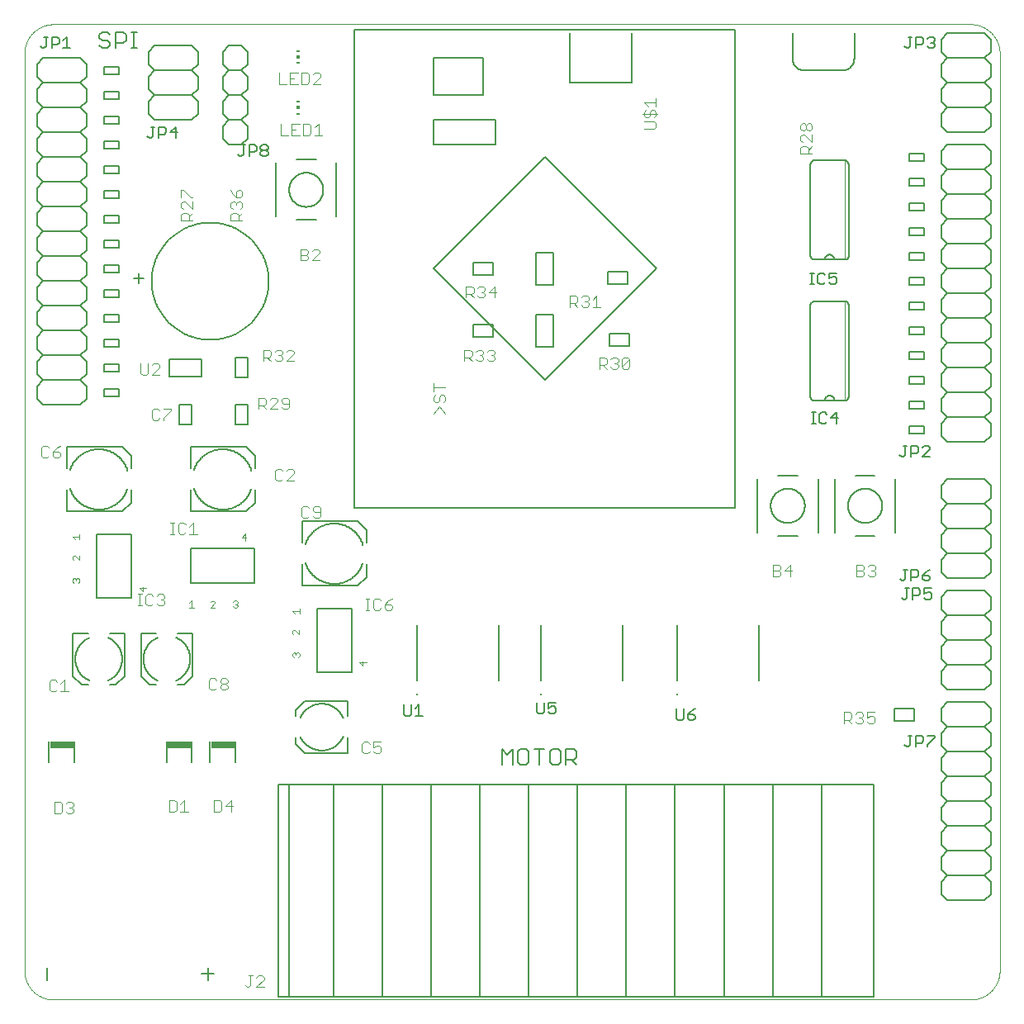
<source format=gto>
G75*
%MOIN*%
%OFA0B0*%
%FSLAX25Y25*%
%IPPOS*%
%LPD*%
%AMOC8*
5,1,8,0,0,1.08239X$1,22.5*
%
%ADD10C,0.00000*%
%ADD11C,0.00600*%
%ADD12C,0.00500*%
%ADD13C,0.00800*%
%ADD14C,0.00400*%
%ADD15R,0.09646X0.02657*%
%ADD16C,0.00200*%
%ADD17R,0.01181X0.00591*%
%ADD18R,0.01181X0.01181*%
%ADD19C,0.01000*%
D10*
X0001000Y0012811D02*
X0001000Y0382890D01*
X0001003Y0383175D01*
X0001014Y0383461D01*
X0001031Y0383746D01*
X0001055Y0384030D01*
X0001086Y0384314D01*
X0001124Y0384597D01*
X0001169Y0384878D01*
X0001220Y0385159D01*
X0001278Y0385439D01*
X0001343Y0385717D01*
X0001415Y0385993D01*
X0001493Y0386267D01*
X0001578Y0386540D01*
X0001670Y0386810D01*
X0001768Y0387078D01*
X0001872Y0387344D01*
X0001983Y0387607D01*
X0002100Y0387867D01*
X0002223Y0388125D01*
X0002353Y0388379D01*
X0002489Y0388630D01*
X0002630Y0388878D01*
X0002778Y0389122D01*
X0002931Y0389363D01*
X0003091Y0389599D01*
X0003256Y0389832D01*
X0003426Y0390061D01*
X0003602Y0390286D01*
X0003784Y0390506D01*
X0003970Y0390722D01*
X0004162Y0390933D01*
X0004359Y0391140D01*
X0004561Y0391342D01*
X0004768Y0391539D01*
X0004979Y0391731D01*
X0005195Y0391917D01*
X0005415Y0392099D01*
X0005640Y0392275D01*
X0005869Y0392445D01*
X0006102Y0392610D01*
X0006338Y0392770D01*
X0006579Y0392923D01*
X0006823Y0393071D01*
X0007071Y0393212D01*
X0007322Y0393348D01*
X0007576Y0393478D01*
X0007834Y0393601D01*
X0008094Y0393718D01*
X0008357Y0393829D01*
X0008623Y0393933D01*
X0008891Y0394031D01*
X0009161Y0394123D01*
X0009434Y0394208D01*
X0009708Y0394286D01*
X0009984Y0394358D01*
X0010262Y0394423D01*
X0010542Y0394481D01*
X0010823Y0394532D01*
X0011104Y0394577D01*
X0011387Y0394615D01*
X0011671Y0394646D01*
X0011955Y0394670D01*
X0012240Y0394687D01*
X0012526Y0394698D01*
X0012811Y0394701D01*
X0382890Y0394701D01*
X0383175Y0394698D01*
X0383461Y0394687D01*
X0383746Y0394670D01*
X0384030Y0394646D01*
X0384314Y0394615D01*
X0384597Y0394577D01*
X0384878Y0394532D01*
X0385159Y0394481D01*
X0385439Y0394423D01*
X0385717Y0394358D01*
X0385993Y0394286D01*
X0386267Y0394208D01*
X0386540Y0394123D01*
X0386810Y0394031D01*
X0387078Y0393933D01*
X0387344Y0393829D01*
X0387607Y0393718D01*
X0387867Y0393601D01*
X0388125Y0393478D01*
X0388379Y0393348D01*
X0388630Y0393212D01*
X0388878Y0393071D01*
X0389122Y0392923D01*
X0389363Y0392770D01*
X0389599Y0392610D01*
X0389832Y0392445D01*
X0390061Y0392275D01*
X0390286Y0392099D01*
X0390506Y0391917D01*
X0390722Y0391731D01*
X0390933Y0391539D01*
X0391140Y0391342D01*
X0391342Y0391140D01*
X0391539Y0390933D01*
X0391731Y0390722D01*
X0391917Y0390506D01*
X0392099Y0390286D01*
X0392275Y0390061D01*
X0392445Y0389832D01*
X0392610Y0389599D01*
X0392770Y0389363D01*
X0392923Y0389122D01*
X0393071Y0388878D01*
X0393212Y0388630D01*
X0393348Y0388379D01*
X0393478Y0388125D01*
X0393601Y0387867D01*
X0393718Y0387607D01*
X0393829Y0387344D01*
X0393933Y0387078D01*
X0394031Y0386810D01*
X0394123Y0386540D01*
X0394208Y0386267D01*
X0394286Y0385993D01*
X0394358Y0385717D01*
X0394423Y0385439D01*
X0394481Y0385159D01*
X0394532Y0384878D01*
X0394577Y0384597D01*
X0394615Y0384314D01*
X0394646Y0384030D01*
X0394670Y0383746D01*
X0394687Y0383461D01*
X0394698Y0383175D01*
X0394701Y0382890D01*
X0394701Y0012811D01*
X0394698Y0012526D01*
X0394687Y0012240D01*
X0394670Y0011955D01*
X0394646Y0011671D01*
X0394615Y0011387D01*
X0394577Y0011104D01*
X0394532Y0010823D01*
X0394481Y0010542D01*
X0394423Y0010262D01*
X0394358Y0009984D01*
X0394286Y0009708D01*
X0394208Y0009434D01*
X0394123Y0009161D01*
X0394031Y0008891D01*
X0393933Y0008623D01*
X0393829Y0008357D01*
X0393718Y0008094D01*
X0393601Y0007834D01*
X0393478Y0007576D01*
X0393348Y0007322D01*
X0393212Y0007071D01*
X0393071Y0006823D01*
X0392923Y0006579D01*
X0392770Y0006338D01*
X0392610Y0006102D01*
X0392445Y0005869D01*
X0392275Y0005640D01*
X0392099Y0005415D01*
X0391917Y0005195D01*
X0391731Y0004979D01*
X0391539Y0004768D01*
X0391342Y0004561D01*
X0391140Y0004359D01*
X0390933Y0004162D01*
X0390722Y0003970D01*
X0390506Y0003784D01*
X0390286Y0003602D01*
X0390061Y0003426D01*
X0389832Y0003256D01*
X0389599Y0003091D01*
X0389363Y0002931D01*
X0389122Y0002778D01*
X0388878Y0002630D01*
X0388630Y0002489D01*
X0388379Y0002353D01*
X0388125Y0002223D01*
X0387867Y0002100D01*
X0387607Y0001983D01*
X0387344Y0001872D01*
X0387078Y0001768D01*
X0386810Y0001670D01*
X0386540Y0001578D01*
X0386267Y0001493D01*
X0385993Y0001415D01*
X0385717Y0001343D01*
X0385439Y0001278D01*
X0385159Y0001220D01*
X0384878Y0001169D01*
X0384597Y0001124D01*
X0384314Y0001086D01*
X0384030Y0001055D01*
X0383746Y0001031D01*
X0383461Y0001014D01*
X0383175Y0001003D01*
X0382890Y0001000D01*
X0012811Y0001000D01*
X0012526Y0001003D01*
X0012240Y0001014D01*
X0011955Y0001031D01*
X0011671Y0001055D01*
X0011387Y0001086D01*
X0011104Y0001124D01*
X0010823Y0001169D01*
X0010542Y0001220D01*
X0010262Y0001278D01*
X0009984Y0001343D01*
X0009708Y0001415D01*
X0009434Y0001493D01*
X0009161Y0001578D01*
X0008891Y0001670D01*
X0008623Y0001768D01*
X0008357Y0001872D01*
X0008094Y0001983D01*
X0007834Y0002100D01*
X0007576Y0002223D01*
X0007322Y0002353D01*
X0007071Y0002489D01*
X0006823Y0002630D01*
X0006579Y0002778D01*
X0006338Y0002931D01*
X0006102Y0003091D01*
X0005869Y0003256D01*
X0005640Y0003426D01*
X0005415Y0003602D01*
X0005195Y0003784D01*
X0004979Y0003970D01*
X0004768Y0004162D01*
X0004561Y0004359D01*
X0004359Y0004561D01*
X0004162Y0004768D01*
X0003970Y0004979D01*
X0003784Y0005195D01*
X0003602Y0005415D01*
X0003426Y0005640D01*
X0003256Y0005869D01*
X0003091Y0006102D01*
X0002931Y0006338D01*
X0002778Y0006579D01*
X0002630Y0006823D01*
X0002489Y0007071D01*
X0002353Y0007322D01*
X0002223Y0007576D01*
X0002100Y0007834D01*
X0001983Y0008094D01*
X0001872Y0008357D01*
X0001768Y0008623D01*
X0001670Y0008891D01*
X0001578Y0009161D01*
X0001493Y0009434D01*
X0001415Y0009708D01*
X0001343Y0009984D01*
X0001278Y0010262D01*
X0001220Y0010542D01*
X0001169Y0010823D01*
X0001124Y0011104D01*
X0001086Y0011387D01*
X0001055Y0011671D01*
X0001031Y0011955D01*
X0001014Y0012240D01*
X0001003Y0012526D01*
X0001000Y0012811D01*
D11*
X0009997Y0013871D02*
X0009997Y0008934D01*
X0072528Y0011402D02*
X0077466Y0011402D01*
X0074997Y0008934D02*
X0074997Y0013871D01*
X0193800Y0095675D02*
X0193800Y0102080D01*
X0195935Y0099945D01*
X0198070Y0102080D01*
X0198070Y0095675D01*
X0200245Y0096743D02*
X0201313Y0095675D01*
X0203448Y0095675D01*
X0204516Y0096743D01*
X0204516Y0101013D01*
X0203448Y0102080D01*
X0201313Y0102080D01*
X0200245Y0101013D01*
X0200245Y0096743D01*
X0206691Y0102080D02*
X0210961Y0102080D01*
X0208826Y0102080D02*
X0208826Y0095675D01*
X0213136Y0096743D02*
X0213136Y0101013D01*
X0214204Y0102080D01*
X0216339Y0102080D01*
X0217407Y0101013D01*
X0217407Y0096743D01*
X0216339Y0095675D01*
X0214204Y0095675D01*
X0213136Y0096743D01*
X0219582Y0097810D02*
X0222785Y0097810D01*
X0223852Y0098878D01*
X0223852Y0101013D01*
X0222785Y0102080D01*
X0219582Y0102080D01*
X0219582Y0095675D01*
X0221717Y0097810D02*
X0223852Y0095675D01*
X0371000Y0093500D02*
X0371000Y0098500D01*
X0373500Y0101000D01*
X0388500Y0101000D01*
X0391000Y0098500D01*
X0391000Y0093500D01*
X0388500Y0091000D01*
X0373500Y0091000D01*
X0371000Y0088500D01*
X0371000Y0083500D01*
X0373500Y0081000D01*
X0388500Y0081000D01*
X0391000Y0078500D01*
X0391000Y0073500D01*
X0388500Y0071000D01*
X0373500Y0071000D01*
X0371000Y0068500D01*
X0371000Y0063500D01*
X0373500Y0061000D01*
X0388500Y0061000D01*
X0391000Y0058500D01*
X0391000Y0053500D01*
X0388500Y0051000D01*
X0391000Y0048500D01*
X0391000Y0043500D01*
X0388500Y0041000D01*
X0373500Y0041000D01*
X0371000Y0043500D01*
X0371000Y0048500D01*
X0373500Y0051000D01*
X0388500Y0051000D01*
X0388500Y0061000D02*
X0391000Y0063500D01*
X0391000Y0068500D01*
X0388500Y0071000D01*
X0388500Y0081000D02*
X0391000Y0083500D01*
X0391000Y0088500D01*
X0388500Y0091000D01*
X0388500Y0101000D02*
X0391000Y0103500D01*
X0391000Y0108500D01*
X0388500Y0111000D01*
X0373500Y0111000D01*
X0371000Y0108500D01*
X0371000Y0103500D01*
X0373500Y0101000D01*
X0371000Y0093500D02*
X0373500Y0091000D01*
X0373500Y0081000D02*
X0371000Y0078500D01*
X0371000Y0073500D01*
X0373500Y0071000D01*
X0373500Y0061000D02*
X0371000Y0058500D01*
X0371000Y0053500D01*
X0373500Y0051000D01*
X0373500Y0111000D02*
X0371000Y0113500D01*
X0371000Y0118500D01*
X0373500Y0121000D01*
X0388500Y0121000D01*
X0391000Y0118500D01*
X0391000Y0113500D01*
X0388500Y0111000D01*
X0388500Y0126000D02*
X0373500Y0126000D01*
X0371000Y0128500D01*
X0371000Y0133500D01*
X0373500Y0136000D01*
X0388500Y0136000D01*
X0391000Y0138500D01*
X0391000Y0143500D01*
X0388500Y0146000D01*
X0373500Y0146000D01*
X0371000Y0148500D01*
X0371000Y0153500D01*
X0373500Y0156000D01*
X0371000Y0158500D01*
X0371000Y0163500D01*
X0373500Y0166000D01*
X0388500Y0166000D01*
X0391000Y0163500D01*
X0391000Y0158500D01*
X0388500Y0156000D01*
X0373500Y0156000D01*
X0373500Y0146000D02*
X0371000Y0143500D01*
X0371000Y0138500D01*
X0373500Y0136000D01*
X0388500Y0136000D02*
X0391000Y0133500D01*
X0391000Y0128500D01*
X0388500Y0126000D01*
X0388500Y0146000D02*
X0391000Y0148500D01*
X0391000Y0153500D01*
X0388500Y0156000D01*
X0388500Y0171000D02*
X0373500Y0171000D01*
X0371000Y0173500D01*
X0371000Y0178500D01*
X0373500Y0181000D01*
X0388500Y0181000D01*
X0391000Y0183500D01*
X0391000Y0188500D01*
X0388500Y0191000D01*
X0373500Y0191000D01*
X0371000Y0193500D01*
X0371000Y0198500D01*
X0373500Y0201000D01*
X0371000Y0203500D01*
X0371000Y0208500D01*
X0373500Y0211000D01*
X0388500Y0211000D01*
X0391000Y0208500D01*
X0391000Y0203500D01*
X0388500Y0201000D01*
X0373500Y0201000D01*
X0373500Y0191000D02*
X0371000Y0188500D01*
X0371000Y0183500D01*
X0373500Y0181000D01*
X0388500Y0181000D02*
X0391000Y0178500D01*
X0391000Y0173500D01*
X0388500Y0171000D01*
X0388500Y0191000D02*
X0391000Y0193500D01*
X0391000Y0198500D01*
X0388500Y0201000D01*
X0388500Y0226000D02*
X0373500Y0226000D01*
X0371000Y0228500D01*
X0371000Y0233500D01*
X0373500Y0236000D01*
X0388500Y0236000D01*
X0391000Y0238500D01*
X0391000Y0243500D01*
X0388500Y0246000D01*
X0373500Y0246000D01*
X0371000Y0248500D01*
X0371000Y0253500D01*
X0373500Y0256000D01*
X0388500Y0256000D01*
X0391000Y0258500D01*
X0391000Y0263500D01*
X0388500Y0266000D01*
X0373500Y0266000D01*
X0371000Y0268500D01*
X0371000Y0273500D01*
X0373500Y0276000D01*
X0388500Y0276000D01*
X0391000Y0278500D01*
X0391000Y0283500D01*
X0388500Y0286000D01*
X0373500Y0286000D01*
X0371000Y0288500D01*
X0371000Y0293500D01*
X0373500Y0296000D01*
X0388500Y0296000D01*
X0391000Y0293500D01*
X0391000Y0288500D01*
X0388500Y0286000D01*
X0388500Y0296000D02*
X0391000Y0298500D01*
X0391000Y0303500D01*
X0388500Y0306000D01*
X0373500Y0306000D01*
X0371000Y0308500D01*
X0371000Y0313500D01*
X0373500Y0316000D01*
X0388500Y0316000D01*
X0391000Y0313500D01*
X0391000Y0308500D01*
X0388500Y0306000D01*
X0388500Y0316000D02*
X0391000Y0318500D01*
X0391000Y0323500D01*
X0388500Y0326000D01*
X0373500Y0326000D01*
X0371000Y0328500D01*
X0371000Y0333500D01*
X0373500Y0336000D01*
X0371000Y0338500D01*
X0371000Y0343500D01*
X0373500Y0346000D01*
X0388500Y0346000D01*
X0391000Y0343500D01*
X0391000Y0338500D01*
X0388500Y0336000D01*
X0373500Y0336000D01*
X0373500Y0326000D02*
X0371000Y0323500D01*
X0371000Y0318500D01*
X0373500Y0316000D01*
X0373500Y0306000D02*
X0371000Y0303500D01*
X0371000Y0298500D01*
X0373500Y0296000D01*
X0373500Y0286000D02*
X0371000Y0283500D01*
X0371000Y0278500D01*
X0373500Y0276000D01*
X0373500Y0266000D02*
X0371000Y0263500D01*
X0371000Y0258500D01*
X0373500Y0256000D01*
X0373500Y0246000D02*
X0371000Y0243500D01*
X0371000Y0238500D01*
X0373500Y0236000D01*
X0388500Y0236000D02*
X0391000Y0233500D01*
X0391000Y0228500D01*
X0388500Y0226000D01*
X0388500Y0246000D02*
X0391000Y0248500D01*
X0391000Y0253500D01*
X0388500Y0256000D01*
X0388500Y0266000D02*
X0391000Y0268500D01*
X0391000Y0273500D01*
X0388500Y0276000D01*
X0388500Y0326000D02*
X0391000Y0328500D01*
X0391000Y0333500D01*
X0388500Y0336000D01*
X0388500Y0351000D02*
X0373500Y0351000D01*
X0371000Y0353500D01*
X0371000Y0358500D01*
X0373500Y0361000D01*
X0388500Y0361000D01*
X0391000Y0358500D01*
X0391000Y0353500D01*
X0388500Y0351000D01*
X0388500Y0361000D02*
X0391000Y0363500D01*
X0391000Y0368500D01*
X0388500Y0371000D01*
X0373500Y0371000D01*
X0371000Y0368500D01*
X0371000Y0363500D01*
X0373500Y0361000D01*
X0373500Y0371000D02*
X0371000Y0373500D01*
X0371000Y0378500D01*
X0373500Y0381000D01*
X0388500Y0381000D01*
X0391000Y0378500D01*
X0391000Y0373500D01*
X0388500Y0371000D01*
X0388500Y0381000D02*
X0391000Y0383500D01*
X0391000Y0388500D01*
X0388500Y0391000D01*
X0373500Y0391000D01*
X0371000Y0388500D01*
X0371000Y0383500D01*
X0373500Y0381000D01*
X0332200Y0339750D02*
X0319800Y0339750D01*
X0319724Y0339748D01*
X0319648Y0339742D01*
X0319573Y0339733D01*
X0319498Y0339719D01*
X0319424Y0339702D01*
X0319351Y0339681D01*
X0319279Y0339657D01*
X0319208Y0339628D01*
X0319139Y0339597D01*
X0319072Y0339562D01*
X0319007Y0339523D01*
X0318943Y0339481D01*
X0318882Y0339436D01*
X0318823Y0339388D01*
X0318767Y0339337D01*
X0318713Y0339283D01*
X0318662Y0339227D01*
X0318614Y0339168D01*
X0318569Y0339107D01*
X0318527Y0339043D01*
X0318488Y0338978D01*
X0318453Y0338911D01*
X0318422Y0338842D01*
X0318393Y0338771D01*
X0318369Y0338699D01*
X0318348Y0338626D01*
X0318331Y0338552D01*
X0318317Y0338477D01*
X0318308Y0338402D01*
X0318302Y0338326D01*
X0318300Y0338250D01*
X0318300Y0301250D01*
X0318302Y0301174D01*
X0318308Y0301098D01*
X0318317Y0301023D01*
X0318331Y0300948D01*
X0318348Y0300874D01*
X0318369Y0300801D01*
X0318393Y0300729D01*
X0318422Y0300658D01*
X0318453Y0300589D01*
X0318488Y0300522D01*
X0318527Y0300457D01*
X0318569Y0300393D01*
X0318614Y0300332D01*
X0318662Y0300273D01*
X0318713Y0300217D01*
X0318767Y0300163D01*
X0318823Y0300112D01*
X0318882Y0300064D01*
X0318943Y0300019D01*
X0319007Y0299977D01*
X0319072Y0299938D01*
X0319139Y0299903D01*
X0319208Y0299872D01*
X0319279Y0299843D01*
X0319351Y0299819D01*
X0319424Y0299798D01*
X0319498Y0299781D01*
X0319573Y0299767D01*
X0319648Y0299758D01*
X0319724Y0299752D01*
X0319800Y0299750D01*
X0324000Y0299750D01*
X0328000Y0299750D01*
X0332200Y0299750D01*
X0332276Y0299752D01*
X0332352Y0299758D01*
X0332427Y0299767D01*
X0332502Y0299781D01*
X0332576Y0299798D01*
X0332649Y0299819D01*
X0332721Y0299843D01*
X0332792Y0299872D01*
X0332861Y0299903D01*
X0332928Y0299938D01*
X0332993Y0299977D01*
X0333057Y0300019D01*
X0333118Y0300064D01*
X0333177Y0300112D01*
X0333233Y0300163D01*
X0333287Y0300217D01*
X0333338Y0300273D01*
X0333386Y0300332D01*
X0333431Y0300393D01*
X0333473Y0300457D01*
X0333512Y0300522D01*
X0333547Y0300589D01*
X0333578Y0300658D01*
X0333607Y0300729D01*
X0333631Y0300801D01*
X0333652Y0300874D01*
X0333669Y0300948D01*
X0333683Y0301023D01*
X0333692Y0301098D01*
X0333698Y0301174D01*
X0333700Y0301250D01*
X0333700Y0338250D01*
X0333698Y0338326D01*
X0333692Y0338402D01*
X0333683Y0338477D01*
X0333669Y0338552D01*
X0333652Y0338626D01*
X0333631Y0338699D01*
X0333607Y0338771D01*
X0333578Y0338842D01*
X0333547Y0338911D01*
X0333512Y0338978D01*
X0333473Y0339043D01*
X0333431Y0339107D01*
X0333386Y0339168D01*
X0333338Y0339227D01*
X0333287Y0339283D01*
X0333233Y0339337D01*
X0333177Y0339388D01*
X0333118Y0339436D01*
X0333057Y0339481D01*
X0332993Y0339523D01*
X0332928Y0339562D01*
X0332861Y0339597D01*
X0332792Y0339628D01*
X0332721Y0339657D01*
X0332649Y0339681D01*
X0332576Y0339702D01*
X0332502Y0339719D01*
X0332427Y0339733D01*
X0332352Y0339742D01*
X0332276Y0339748D01*
X0332200Y0339750D01*
X0328000Y0299750D02*
X0327998Y0299838D01*
X0327992Y0299927D01*
X0327982Y0300015D01*
X0327969Y0300102D01*
X0327951Y0300189D01*
X0327930Y0300275D01*
X0327905Y0300360D01*
X0327876Y0300443D01*
X0327843Y0300526D01*
X0327807Y0300606D01*
X0327768Y0300685D01*
X0327725Y0300763D01*
X0327678Y0300838D01*
X0327628Y0300911D01*
X0327575Y0300982D01*
X0327519Y0301051D01*
X0327460Y0301117D01*
X0327398Y0301180D01*
X0327334Y0301240D01*
X0327267Y0301298D01*
X0327197Y0301352D01*
X0327125Y0301404D01*
X0327051Y0301452D01*
X0326974Y0301497D01*
X0326896Y0301538D01*
X0326816Y0301576D01*
X0326735Y0301610D01*
X0326652Y0301641D01*
X0326567Y0301668D01*
X0326482Y0301691D01*
X0326396Y0301710D01*
X0326308Y0301726D01*
X0326221Y0301738D01*
X0326133Y0301746D01*
X0326044Y0301750D01*
X0325956Y0301750D01*
X0325867Y0301746D01*
X0325779Y0301738D01*
X0325692Y0301726D01*
X0325604Y0301710D01*
X0325518Y0301691D01*
X0325433Y0301668D01*
X0325348Y0301641D01*
X0325265Y0301610D01*
X0325184Y0301576D01*
X0325104Y0301538D01*
X0325026Y0301497D01*
X0324949Y0301452D01*
X0324875Y0301404D01*
X0324803Y0301352D01*
X0324733Y0301298D01*
X0324666Y0301240D01*
X0324602Y0301180D01*
X0324540Y0301117D01*
X0324481Y0301051D01*
X0324425Y0300982D01*
X0324372Y0300911D01*
X0324322Y0300838D01*
X0324275Y0300763D01*
X0324232Y0300685D01*
X0324193Y0300606D01*
X0324157Y0300526D01*
X0324124Y0300443D01*
X0324095Y0300360D01*
X0324070Y0300275D01*
X0324049Y0300189D01*
X0324031Y0300102D01*
X0324018Y0300015D01*
X0324008Y0299927D01*
X0324002Y0299838D01*
X0324000Y0299750D01*
X0319800Y0282875D02*
X0332200Y0282875D01*
X0332276Y0282873D01*
X0332352Y0282867D01*
X0332427Y0282858D01*
X0332502Y0282844D01*
X0332576Y0282827D01*
X0332649Y0282806D01*
X0332721Y0282782D01*
X0332792Y0282753D01*
X0332861Y0282722D01*
X0332928Y0282687D01*
X0332993Y0282648D01*
X0333057Y0282606D01*
X0333118Y0282561D01*
X0333177Y0282513D01*
X0333233Y0282462D01*
X0333287Y0282408D01*
X0333338Y0282352D01*
X0333386Y0282293D01*
X0333431Y0282232D01*
X0333473Y0282168D01*
X0333512Y0282103D01*
X0333547Y0282036D01*
X0333578Y0281967D01*
X0333607Y0281896D01*
X0333631Y0281824D01*
X0333652Y0281751D01*
X0333669Y0281677D01*
X0333683Y0281602D01*
X0333692Y0281527D01*
X0333698Y0281451D01*
X0333700Y0281375D01*
X0333700Y0244375D01*
X0333698Y0244299D01*
X0333692Y0244223D01*
X0333683Y0244148D01*
X0333669Y0244073D01*
X0333652Y0243999D01*
X0333631Y0243926D01*
X0333607Y0243854D01*
X0333578Y0243783D01*
X0333547Y0243714D01*
X0333512Y0243647D01*
X0333473Y0243582D01*
X0333431Y0243518D01*
X0333386Y0243457D01*
X0333338Y0243398D01*
X0333287Y0243342D01*
X0333233Y0243288D01*
X0333177Y0243237D01*
X0333118Y0243189D01*
X0333057Y0243144D01*
X0332993Y0243102D01*
X0332928Y0243063D01*
X0332861Y0243028D01*
X0332792Y0242997D01*
X0332721Y0242968D01*
X0332649Y0242944D01*
X0332576Y0242923D01*
X0332502Y0242906D01*
X0332427Y0242892D01*
X0332352Y0242883D01*
X0332276Y0242877D01*
X0332200Y0242875D01*
X0328000Y0242875D01*
X0324000Y0242875D01*
X0319800Y0242875D01*
X0319724Y0242877D01*
X0319648Y0242883D01*
X0319573Y0242892D01*
X0319498Y0242906D01*
X0319424Y0242923D01*
X0319351Y0242944D01*
X0319279Y0242968D01*
X0319208Y0242997D01*
X0319139Y0243028D01*
X0319072Y0243063D01*
X0319007Y0243102D01*
X0318943Y0243144D01*
X0318882Y0243189D01*
X0318823Y0243237D01*
X0318767Y0243288D01*
X0318713Y0243342D01*
X0318662Y0243398D01*
X0318614Y0243457D01*
X0318569Y0243518D01*
X0318527Y0243582D01*
X0318488Y0243647D01*
X0318453Y0243714D01*
X0318422Y0243783D01*
X0318393Y0243854D01*
X0318369Y0243926D01*
X0318348Y0243999D01*
X0318331Y0244073D01*
X0318317Y0244148D01*
X0318308Y0244223D01*
X0318302Y0244299D01*
X0318300Y0244375D01*
X0318300Y0281375D01*
X0318302Y0281451D01*
X0318308Y0281527D01*
X0318317Y0281602D01*
X0318331Y0281677D01*
X0318348Y0281751D01*
X0318369Y0281824D01*
X0318393Y0281896D01*
X0318422Y0281967D01*
X0318453Y0282036D01*
X0318488Y0282103D01*
X0318527Y0282168D01*
X0318569Y0282232D01*
X0318614Y0282293D01*
X0318662Y0282352D01*
X0318713Y0282408D01*
X0318767Y0282462D01*
X0318823Y0282513D01*
X0318882Y0282561D01*
X0318943Y0282606D01*
X0319007Y0282648D01*
X0319072Y0282687D01*
X0319139Y0282722D01*
X0319208Y0282753D01*
X0319279Y0282782D01*
X0319351Y0282806D01*
X0319424Y0282827D01*
X0319498Y0282844D01*
X0319573Y0282858D01*
X0319648Y0282867D01*
X0319724Y0282873D01*
X0319800Y0282875D01*
X0324000Y0242875D02*
X0324002Y0242963D01*
X0324008Y0243052D01*
X0324018Y0243140D01*
X0324031Y0243227D01*
X0324049Y0243314D01*
X0324070Y0243400D01*
X0324095Y0243485D01*
X0324124Y0243568D01*
X0324157Y0243651D01*
X0324193Y0243731D01*
X0324232Y0243810D01*
X0324275Y0243888D01*
X0324322Y0243963D01*
X0324372Y0244036D01*
X0324425Y0244107D01*
X0324481Y0244176D01*
X0324540Y0244242D01*
X0324602Y0244305D01*
X0324666Y0244365D01*
X0324733Y0244423D01*
X0324803Y0244477D01*
X0324875Y0244529D01*
X0324949Y0244577D01*
X0325026Y0244622D01*
X0325104Y0244663D01*
X0325184Y0244701D01*
X0325265Y0244735D01*
X0325348Y0244766D01*
X0325433Y0244793D01*
X0325518Y0244816D01*
X0325604Y0244835D01*
X0325692Y0244851D01*
X0325779Y0244863D01*
X0325867Y0244871D01*
X0325956Y0244875D01*
X0326044Y0244875D01*
X0326133Y0244871D01*
X0326221Y0244863D01*
X0326308Y0244851D01*
X0326396Y0244835D01*
X0326482Y0244816D01*
X0326567Y0244793D01*
X0326652Y0244766D01*
X0326735Y0244735D01*
X0326816Y0244701D01*
X0326896Y0244663D01*
X0326974Y0244622D01*
X0327051Y0244577D01*
X0327125Y0244529D01*
X0327197Y0244477D01*
X0327267Y0244423D01*
X0327334Y0244365D01*
X0327398Y0244305D01*
X0327460Y0244242D01*
X0327519Y0244176D01*
X0327575Y0244107D01*
X0327628Y0244036D01*
X0327678Y0243963D01*
X0327725Y0243888D01*
X0327768Y0243810D01*
X0327807Y0243731D01*
X0327843Y0243651D01*
X0327876Y0243568D01*
X0327905Y0243485D01*
X0327930Y0243400D01*
X0327951Y0243314D01*
X0327969Y0243227D01*
X0327982Y0243140D01*
X0327992Y0243052D01*
X0327998Y0242963D01*
X0328000Y0242875D01*
X0091000Y0348500D02*
X0088500Y0346000D01*
X0083500Y0346000D01*
X0081000Y0348500D01*
X0081000Y0353500D01*
X0083500Y0356000D01*
X0081000Y0358500D01*
X0081000Y0363500D01*
X0083500Y0366000D01*
X0088500Y0366000D01*
X0091000Y0363500D01*
X0091000Y0358500D01*
X0088500Y0356000D01*
X0091000Y0353500D01*
X0091000Y0348500D01*
X0088500Y0356000D02*
X0083500Y0356000D01*
X0083500Y0366000D02*
X0081000Y0368500D01*
X0081000Y0373500D01*
X0083500Y0376000D01*
X0081000Y0378500D01*
X0081000Y0383500D01*
X0083500Y0386000D01*
X0088500Y0386000D01*
X0091000Y0383500D01*
X0091000Y0378500D01*
X0088500Y0376000D01*
X0091000Y0373500D01*
X0091000Y0368500D01*
X0088500Y0366000D01*
X0088500Y0376000D02*
X0083500Y0376000D01*
X0071000Y0373500D02*
X0071000Y0368500D01*
X0068500Y0366000D01*
X0053500Y0366000D01*
X0051000Y0368500D01*
X0051000Y0373500D01*
X0053500Y0376000D01*
X0051000Y0378500D01*
X0051000Y0383500D01*
X0053500Y0386000D01*
X0068500Y0386000D01*
X0071000Y0383500D01*
X0071000Y0378500D01*
X0068500Y0376000D01*
X0053500Y0376000D01*
X0053500Y0366000D02*
X0051000Y0363500D01*
X0051000Y0358500D01*
X0053500Y0356000D01*
X0068500Y0356000D01*
X0071000Y0358500D01*
X0071000Y0363500D01*
X0068500Y0366000D01*
X0071000Y0373500D02*
X0068500Y0376000D01*
X0046326Y0385050D02*
X0044191Y0385050D01*
X0045259Y0385050D02*
X0045259Y0391455D01*
X0046326Y0391455D02*
X0044191Y0391455D01*
X0042016Y0390388D02*
X0042016Y0388253D01*
X0040948Y0387185D01*
X0037745Y0387185D01*
X0037745Y0385050D02*
X0037745Y0391455D01*
X0040948Y0391455D01*
X0042016Y0390388D01*
X0035570Y0390388D02*
X0034503Y0391455D01*
X0032368Y0391455D01*
X0031300Y0390388D01*
X0031300Y0389320D01*
X0032368Y0388253D01*
X0034503Y0388253D01*
X0035570Y0387185D01*
X0035570Y0386118D01*
X0034503Y0385050D01*
X0032368Y0385050D01*
X0031300Y0386118D01*
X0026000Y0378500D02*
X0026000Y0373500D01*
X0023500Y0371000D01*
X0008500Y0371000D01*
X0006000Y0368500D01*
X0006000Y0363500D01*
X0008500Y0361000D01*
X0023500Y0361000D01*
X0026000Y0358500D01*
X0026000Y0353500D01*
X0023500Y0351000D01*
X0008500Y0351000D01*
X0006000Y0348500D01*
X0006000Y0343500D01*
X0008500Y0341000D01*
X0023500Y0341000D01*
X0026000Y0338500D01*
X0026000Y0333500D01*
X0023500Y0331000D01*
X0008500Y0331000D01*
X0006000Y0328500D01*
X0006000Y0323500D01*
X0008500Y0321000D01*
X0023500Y0321000D01*
X0026000Y0318500D01*
X0026000Y0313500D01*
X0023500Y0311000D01*
X0008500Y0311000D01*
X0006000Y0313500D01*
X0006000Y0318500D01*
X0008500Y0321000D01*
X0008500Y0331000D02*
X0006000Y0333500D01*
X0006000Y0338500D01*
X0008500Y0341000D01*
X0008500Y0351000D02*
X0006000Y0353500D01*
X0006000Y0358500D01*
X0008500Y0361000D01*
X0008500Y0371000D02*
X0006000Y0373500D01*
X0006000Y0378500D01*
X0008500Y0381000D01*
X0023500Y0381000D01*
X0026000Y0378500D01*
X0023500Y0371000D02*
X0026000Y0368500D01*
X0026000Y0363500D01*
X0023500Y0361000D01*
X0023500Y0351000D02*
X0026000Y0348500D01*
X0026000Y0343500D01*
X0023500Y0341000D01*
X0023500Y0331000D02*
X0026000Y0328500D01*
X0026000Y0323500D01*
X0023500Y0321000D01*
X0023500Y0311000D02*
X0026000Y0308500D01*
X0026000Y0303500D01*
X0023500Y0301000D01*
X0008500Y0301000D01*
X0006000Y0303500D01*
X0006000Y0308500D01*
X0008500Y0311000D01*
X0008500Y0301000D02*
X0006000Y0298500D01*
X0006000Y0293500D01*
X0008500Y0291000D01*
X0023500Y0291000D01*
X0026000Y0288500D01*
X0026000Y0283500D01*
X0023500Y0281000D01*
X0008500Y0281000D01*
X0006000Y0283500D01*
X0006000Y0288500D01*
X0008500Y0291000D01*
X0008500Y0281000D02*
X0006000Y0278500D01*
X0006000Y0273500D01*
X0008500Y0271000D01*
X0023500Y0271000D01*
X0026000Y0268500D01*
X0026000Y0263500D01*
X0023500Y0261000D01*
X0008500Y0261000D01*
X0006000Y0263500D01*
X0006000Y0268500D01*
X0008500Y0271000D01*
X0008500Y0261000D02*
X0006000Y0258500D01*
X0006000Y0253500D01*
X0008500Y0251000D01*
X0006000Y0248500D01*
X0006000Y0243500D01*
X0008500Y0241000D01*
X0023500Y0241000D01*
X0026000Y0243500D01*
X0026000Y0248500D01*
X0023500Y0251000D01*
X0008500Y0251000D01*
X0023500Y0251000D02*
X0026000Y0253500D01*
X0026000Y0258500D01*
X0023500Y0261000D01*
X0023500Y0271000D02*
X0026000Y0273500D01*
X0026000Y0278500D01*
X0023500Y0281000D01*
X0023500Y0291000D02*
X0026000Y0293500D01*
X0026000Y0298500D01*
X0023500Y0301000D01*
D12*
X0033000Y0297500D02*
X0033000Y0294500D01*
X0039000Y0294500D01*
X0039000Y0297500D01*
X0033000Y0297500D01*
X0033000Y0304500D02*
X0039000Y0304500D01*
X0039000Y0307500D01*
X0033000Y0307500D01*
X0033000Y0304500D01*
X0033000Y0314500D02*
X0039000Y0314500D01*
X0039000Y0317500D01*
X0033000Y0317500D01*
X0033000Y0314500D01*
X0033000Y0324500D02*
X0039000Y0324500D01*
X0039000Y0327500D01*
X0033000Y0327500D01*
X0033000Y0324500D01*
X0033000Y0334500D02*
X0039000Y0334500D01*
X0039000Y0337500D01*
X0033000Y0337500D01*
X0033000Y0334500D01*
X0033000Y0344500D02*
X0039000Y0344500D01*
X0039000Y0347500D01*
X0033000Y0347500D01*
X0033000Y0344500D01*
X0033000Y0354500D02*
X0039000Y0354500D01*
X0039000Y0357500D01*
X0033000Y0357500D01*
X0033000Y0354500D01*
X0033000Y0364500D02*
X0039000Y0364500D01*
X0039000Y0367500D01*
X0033000Y0367500D01*
X0033000Y0364500D01*
X0033000Y0374500D02*
X0039000Y0374500D01*
X0039000Y0377500D01*
X0033000Y0377500D01*
X0033000Y0374500D01*
X0019649Y0385000D02*
X0016646Y0385000D01*
X0018147Y0385000D02*
X0018147Y0389504D01*
X0016646Y0388003D01*
X0015045Y0388753D02*
X0015045Y0387252D01*
X0014294Y0386501D01*
X0012042Y0386501D01*
X0012042Y0385000D02*
X0012042Y0389504D01*
X0014294Y0389504D01*
X0015045Y0388753D01*
X0010441Y0389504D02*
X0008939Y0389504D01*
X0009690Y0389504D02*
X0009690Y0385751D01*
X0008939Y0385000D01*
X0008189Y0385000D01*
X0007438Y0385751D01*
X0050625Y0349501D02*
X0051376Y0348750D01*
X0052126Y0348750D01*
X0052877Y0349501D01*
X0052877Y0353254D01*
X0052126Y0353254D02*
X0053628Y0353254D01*
X0055229Y0353254D02*
X0057481Y0353254D01*
X0058231Y0352503D01*
X0058231Y0351002D01*
X0057481Y0350251D01*
X0055229Y0350251D01*
X0055229Y0348750D02*
X0055229Y0353254D01*
X0059833Y0351002D02*
X0062835Y0351002D01*
X0062085Y0353254D02*
X0059833Y0351002D01*
X0062085Y0348750D02*
X0062085Y0353254D01*
X0087113Y0342301D02*
X0087864Y0341550D01*
X0088614Y0341550D01*
X0089365Y0342301D01*
X0089365Y0346054D01*
X0088614Y0346054D02*
X0090116Y0346054D01*
X0091717Y0346054D02*
X0091717Y0341550D01*
X0091717Y0343051D02*
X0093969Y0343051D01*
X0094720Y0343802D01*
X0094720Y0345303D01*
X0093969Y0346054D01*
X0091717Y0346054D01*
X0096321Y0345303D02*
X0096321Y0344553D01*
X0097072Y0343802D01*
X0098573Y0343802D01*
X0099324Y0343051D01*
X0099324Y0342301D01*
X0098573Y0341550D01*
X0097072Y0341550D01*
X0096321Y0342301D01*
X0096321Y0343051D01*
X0097072Y0343802D01*
X0098573Y0343802D02*
X0099324Y0344553D01*
X0099324Y0345303D01*
X0098573Y0346054D01*
X0097072Y0346054D01*
X0096321Y0345303D01*
X0134031Y0392654D02*
X0287969Y0392654D01*
X0287969Y0199346D01*
X0134031Y0199346D01*
X0134031Y0392654D01*
X0166000Y0381000D02*
X0166000Y0366000D01*
X0186000Y0366000D01*
X0186000Y0381000D01*
X0166000Y0381000D01*
X0166000Y0356000D02*
X0166000Y0346000D01*
X0191000Y0346000D01*
X0191000Y0356000D01*
X0166000Y0356000D01*
X0211000Y0341000D02*
X0166000Y0296000D01*
X0211000Y0251000D01*
X0256000Y0296000D01*
X0211000Y0341000D01*
X0221000Y0371000D02*
X0221000Y0391000D01*
X0221000Y0371000D02*
X0246000Y0371000D01*
X0246000Y0391000D01*
X0311000Y0391000D02*
X0311000Y0381000D01*
X0311002Y0380860D01*
X0311008Y0380720D01*
X0311018Y0380580D01*
X0311031Y0380440D01*
X0311049Y0380301D01*
X0311071Y0380162D01*
X0311096Y0380025D01*
X0311125Y0379887D01*
X0311158Y0379751D01*
X0311195Y0379616D01*
X0311236Y0379482D01*
X0311281Y0379349D01*
X0311329Y0379217D01*
X0311381Y0379087D01*
X0311436Y0378958D01*
X0311495Y0378831D01*
X0311558Y0378705D01*
X0311624Y0378581D01*
X0311693Y0378460D01*
X0311766Y0378340D01*
X0311843Y0378222D01*
X0311922Y0378107D01*
X0312005Y0377993D01*
X0312091Y0377883D01*
X0312180Y0377774D01*
X0312272Y0377668D01*
X0312367Y0377565D01*
X0312464Y0377464D01*
X0312565Y0377367D01*
X0312668Y0377272D01*
X0312774Y0377180D01*
X0312883Y0377091D01*
X0312993Y0377005D01*
X0313107Y0376922D01*
X0313222Y0376843D01*
X0313340Y0376766D01*
X0313460Y0376693D01*
X0313581Y0376624D01*
X0313705Y0376558D01*
X0313831Y0376495D01*
X0313958Y0376436D01*
X0314087Y0376381D01*
X0314217Y0376329D01*
X0314349Y0376281D01*
X0314482Y0376236D01*
X0314616Y0376195D01*
X0314751Y0376158D01*
X0314887Y0376125D01*
X0315025Y0376096D01*
X0315162Y0376071D01*
X0315301Y0376049D01*
X0315440Y0376031D01*
X0315580Y0376018D01*
X0315720Y0376008D01*
X0315860Y0376002D01*
X0316000Y0376000D01*
X0331000Y0376000D01*
X0331140Y0376002D01*
X0331280Y0376008D01*
X0331420Y0376018D01*
X0331560Y0376031D01*
X0331699Y0376049D01*
X0331838Y0376071D01*
X0331975Y0376096D01*
X0332113Y0376125D01*
X0332249Y0376158D01*
X0332384Y0376195D01*
X0332518Y0376236D01*
X0332651Y0376281D01*
X0332783Y0376329D01*
X0332913Y0376381D01*
X0333042Y0376436D01*
X0333169Y0376495D01*
X0333295Y0376558D01*
X0333419Y0376624D01*
X0333540Y0376693D01*
X0333660Y0376766D01*
X0333778Y0376843D01*
X0333893Y0376922D01*
X0334007Y0377005D01*
X0334117Y0377091D01*
X0334226Y0377180D01*
X0334332Y0377272D01*
X0334435Y0377367D01*
X0334536Y0377464D01*
X0334633Y0377565D01*
X0334728Y0377668D01*
X0334820Y0377774D01*
X0334909Y0377883D01*
X0334995Y0377993D01*
X0335078Y0378107D01*
X0335157Y0378222D01*
X0335234Y0378340D01*
X0335307Y0378460D01*
X0335376Y0378581D01*
X0335442Y0378705D01*
X0335505Y0378831D01*
X0335564Y0378958D01*
X0335619Y0379087D01*
X0335671Y0379217D01*
X0335719Y0379349D01*
X0335764Y0379482D01*
X0335805Y0379616D01*
X0335842Y0379751D01*
X0335875Y0379887D01*
X0335904Y0380025D01*
X0335929Y0380162D01*
X0335951Y0380301D01*
X0335969Y0380440D01*
X0335982Y0380580D01*
X0335992Y0380720D01*
X0335998Y0380860D01*
X0336000Y0381000D01*
X0336000Y0391000D01*
X0356250Y0385751D02*
X0357001Y0385000D01*
X0357751Y0385000D01*
X0358502Y0385751D01*
X0358502Y0389504D01*
X0357751Y0389504D02*
X0359253Y0389504D01*
X0360854Y0389504D02*
X0360854Y0385000D01*
X0360854Y0386501D02*
X0363106Y0386501D01*
X0363856Y0387252D01*
X0363856Y0388753D01*
X0363106Y0389504D01*
X0360854Y0389504D01*
X0365458Y0388753D02*
X0366208Y0389504D01*
X0367710Y0389504D01*
X0368460Y0388753D01*
X0368460Y0388003D01*
X0367710Y0387252D01*
X0368460Y0386501D01*
X0368460Y0385751D01*
X0367710Y0385000D01*
X0366208Y0385000D01*
X0365458Y0385751D01*
X0366959Y0387252D02*
X0367710Y0387252D01*
X0364000Y0342500D02*
X0358000Y0342500D01*
X0358000Y0339500D01*
X0364000Y0339500D01*
X0364000Y0342500D01*
X0364000Y0332500D02*
X0358000Y0332500D01*
X0358000Y0329500D01*
X0364000Y0329500D01*
X0364000Y0332500D01*
X0364000Y0322500D02*
X0358000Y0322500D01*
X0358000Y0319500D01*
X0364000Y0319500D01*
X0364000Y0322500D01*
X0364000Y0312500D02*
X0358000Y0312500D01*
X0358000Y0309500D01*
X0364000Y0309500D01*
X0364000Y0312500D01*
X0364000Y0302500D02*
X0358000Y0302500D01*
X0358000Y0299500D01*
X0364000Y0299500D01*
X0364000Y0302500D01*
X0364000Y0292500D02*
X0358000Y0292500D01*
X0358000Y0289500D01*
X0364000Y0289500D01*
X0364000Y0292500D01*
X0364000Y0282500D02*
X0358000Y0282500D01*
X0358000Y0279500D01*
X0364000Y0279500D01*
X0364000Y0282500D01*
X0364000Y0272500D02*
X0358000Y0272500D01*
X0358000Y0269500D01*
X0364000Y0269500D01*
X0364000Y0272500D01*
X0364000Y0262500D02*
X0358000Y0262500D01*
X0358000Y0259500D01*
X0364000Y0259500D01*
X0364000Y0262500D01*
X0364000Y0252500D02*
X0358000Y0252500D01*
X0358000Y0249500D01*
X0364000Y0249500D01*
X0364000Y0252500D01*
X0364000Y0242500D02*
X0358000Y0242500D01*
X0358000Y0239500D01*
X0364000Y0239500D01*
X0364000Y0242500D01*
X0364000Y0232500D02*
X0358000Y0232500D01*
X0358000Y0229500D01*
X0364000Y0229500D01*
X0364000Y0232500D01*
X0364272Y0224504D02*
X0363521Y0223753D01*
X0364272Y0224504D02*
X0365773Y0224504D01*
X0366524Y0223753D01*
X0366524Y0223003D01*
X0363521Y0220000D01*
X0366524Y0220000D01*
X0361920Y0222252D02*
X0361169Y0221501D01*
X0358917Y0221501D01*
X0358917Y0220000D02*
X0358917Y0224504D01*
X0361169Y0224504D01*
X0361920Y0223753D01*
X0361920Y0222252D01*
X0357316Y0224504D02*
X0355814Y0224504D01*
X0356565Y0224504D02*
X0356565Y0220751D01*
X0355814Y0220000D01*
X0355064Y0220000D01*
X0354313Y0220751D01*
X0328773Y0233500D02*
X0328773Y0238004D01*
X0326521Y0235752D01*
X0329524Y0235752D01*
X0324920Y0237253D02*
X0324169Y0238004D01*
X0322668Y0238004D01*
X0321917Y0237253D01*
X0321917Y0234251D01*
X0322668Y0233500D01*
X0324169Y0233500D01*
X0324920Y0234251D01*
X0320349Y0233500D02*
X0318848Y0233500D01*
X0319598Y0233500D02*
X0319598Y0238004D01*
X0318848Y0238004D02*
X0320349Y0238004D01*
X0319724Y0289750D02*
X0318223Y0289750D01*
X0318973Y0289750D02*
X0318973Y0294254D01*
X0318223Y0294254D02*
X0319724Y0294254D01*
X0321292Y0293503D02*
X0321292Y0290501D01*
X0322043Y0289750D01*
X0323544Y0289750D01*
X0324295Y0290501D01*
X0325896Y0290501D02*
X0326647Y0289750D01*
X0328148Y0289750D01*
X0328899Y0290501D01*
X0328899Y0292002D01*
X0328148Y0292753D01*
X0327397Y0292753D01*
X0325896Y0292002D01*
X0325896Y0294254D01*
X0328899Y0294254D01*
X0324295Y0293503D02*
X0323544Y0294254D01*
X0322043Y0294254D01*
X0321292Y0293503D01*
X0244375Y0294750D02*
X0244375Y0289750D01*
X0236375Y0289750D01*
X0236375Y0294750D01*
X0244375Y0294750D01*
X0245000Y0269750D02*
X0237000Y0269750D01*
X0237000Y0264750D01*
X0245000Y0264750D01*
X0245000Y0269750D01*
X0214346Y0264504D02*
X0207654Y0264504D01*
X0207654Y0277496D01*
X0214346Y0277496D01*
X0214346Y0264504D01*
X0190000Y0268500D02*
X0182000Y0268500D01*
X0182000Y0273500D01*
X0190000Y0273500D01*
X0190000Y0268500D01*
X0207654Y0289504D02*
X0214346Y0289504D01*
X0214346Y0302496D01*
X0207654Y0302496D01*
X0207654Y0289504D01*
X0190000Y0293500D02*
X0182000Y0293500D01*
X0182000Y0298500D01*
X0190000Y0298500D01*
X0190000Y0293500D01*
X0091000Y0260000D02*
X0091000Y0252000D01*
X0086000Y0252000D01*
X0086000Y0260000D01*
X0091000Y0260000D01*
X0072496Y0259346D02*
X0072496Y0252654D01*
X0059504Y0252654D01*
X0059504Y0259346D01*
X0072496Y0259346D01*
X0068500Y0241250D02*
X0063500Y0241250D01*
X0063500Y0233250D01*
X0068500Y0233250D01*
X0068500Y0241250D01*
X0086000Y0241250D02*
X0086000Y0233250D01*
X0091000Y0233250D01*
X0091000Y0241250D01*
X0086000Y0241250D01*
X0039000Y0244500D02*
X0033000Y0244500D01*
X0033000Y0247500D01*
X0039000Y0247500D01*
X0039000Y0244500D01*
X0039000Y0254500D02*
X0033000Y0254500D01*
X0033000Y0257500D01*
X0039000Y0257500D01*
X0039000Y0254500D01*
X0039000Y0264500D02*
X0033000Y0264500D01*
X0033000Y0267500D01*
X0039000Y0267500D01*
X0039000Y0264500D01*
X0039000Y0274500D02*
X0033000Y0274500D01*
X0033000Y0277500D01*
X0039000Y0277500D01*
X0039000Y0274500D01*
X0039000Y0284500D02*
X0033000Y0284500D01*
X0033000Y0287500D01*
X0039000Y0287500D01*
X0039000Y0284500D01*
X0045000Y0292000D02*
X0049000Y0292000D01*
X0047000Y0294000D02*
X0047000Y0290000D01*
X0052378Y0291000D02*
X0052385Y0291580D01*
X0052406Y0292159D01*
X0052442Y0292738D01*
X0052492Y0293315D01*
X0052556Y0293892D01*
X0052634Y0294466D01*
X0052726Y0295038D01*
X0052832Y0295608D01*
X0052952Y0296176D01*
X0053086Y0296740D01*
X0053234Y0297300D01*
X0053395Y0297857D01*
X0053570Y0298410D01*
X0053759Y0298958D01*
X0053961Y0299501D01*
X0054176Y0300040D01*
X0054405Y0300573D01*
X0054646Y0301100D01*
X0054900Y0301621D01*
X0055167Y0302135D01*
X0055447Y0302643D01*
X0055739Y0303144D01*
X0056043Y0303638D01*
X0056359Y0304124D01*
X0056687Y0304602D01*
X0057027Y0305072D01*
X0057378Y0305533D01*
X0057740Y0305986D01*
X0058113Y0306429D01*
X0058497Y0306864D01*
X0058892Y0307288D01*
X0059297Y0307703D01*
X0059712Y0308108D01*
X0060136Y0308503D01*
X0060571Y0308887D01*
X0061014Y0309260D01*
X0061467Y0309622D01*
X0061928Y0309973D01*
X0062398Y0310313D01*
X0062876Y0310641D01*
X0063362Y0310957D01*
X0063856Y0311261D01*
X0064357Y0311553D01*
X0064865Y0311833D01*
X0065379Y0312100D01*
X0065900Y0312354D01*
X0066427Y0312595D01*
X0066960Y0312824D01*
X0067499Y0313039D01*
X0068042Y0313241D01*
X0068590Y0313430D01*
X0069143Y0313605D01*
X0069700Y0313766D01*
X0070260Y0313914D01*
X0070824Y0314048D01*
X0071392Y0314168D01*
X0071962Y0314274D01*
X0072534Y0314366D01*
X0073108Y0314444D01*
X0073685Y0314508D01*
X0074262Y0314558D01*
X0074841Y0314594D01*
X0075420Y0314615D01*
X0076000Y0314622D01*
X0076580Y0314615D01*
X0077159Y0314594D01*
X0077738Y0314558D01*
X0078315Y0314508D01*
X0078892Y0314444D01*
X0079466Y0314366D01*
X0080038Y0314274D01*
X0080608Y0314168D01*
X0081176Y0314048D01*
X0081740Y0313914D01*
X0082300Y0313766D01*
X0082857Y0313605D01*
X0083410Y0313430D01*
X0083958Y0313241D01*
X0084501Y0313039D01*
X0085040Y0312824D01*
X0085573Y0312595D01*
X0086100Y0312354D01*
X0086621Y0312100D01*
X0087135Y0311833D01*
X0087643Y0311553D01*
X0088144Y0311261D01*
X0088638Y0310957D01*
X0089124Y0310641D01*
X0089602Y0310313D01*
X0090072Y0309973D01*
X0090533Y0309622D01*
X0090986Y0309260D01*
X0091429Y0308887D01*
X0091864Y0308503D01*
X0092288Y0308108D01*
X0092703Y0307703D01*
X0093108Y0307288D01*
X0093503Y0306864D01*
X0093887Y0306429D01*
X0094260Y0305986D01*
X0094622Y0305533D01*
X0094973Y0305072D01*
X0095313Y0304602D01*
X0095641Y0304124D01*
X0095957Y0303638D01*
X0096261Y0303144D01*
X0096553Y0302643D01*
X0096833Y0302135D01*
X0097100Y0301621D01*
X0097354Y0301100D01*
X0097595Y0300573D01*
X0097824Y0300040D01*
X0098039Y0299501D01*
X0098241Y0298958D01*
X0098430Y0298410D01*
X0098605Y0297857D01*
X0098766Y0297300D01*
X0098914Y0296740D01*
X0099048Y0296176D01*
X0099168Y0295608D01*
X0099274Y0295038D01*
X0099366Y0294466D01*
X0099444Y0293892D01*
X0099508Y0293315D01*
X0099558Y0292738D01*
X0099594Y0292159D01*
X0099615Y0291580D01*
X0099622Y0291000D01*
X0099615Y0290420D01*
X0099594Y0289841D01*
X0099558Y0289262D01*
X0099508Y0288685D01*
X0099444Y0288108D01*
X0099366Y0287534D01*
X0099274Y0286962D01*
X0099168Y0286392D01*
X0099048Y0285824D01*
X0098914Y0285260D01*
X0098766Y0284700D01*
X0098605Y0284143D01*
X0098430Y0283590D01*
X0098241Y0283042D01*
X0098039Y0282499D01*
X0097824Y0281960D01*
X0097595Y0281427D01*
X0097354Y0280900D01*
X0097100Y0280379D01*
X0096833Y0279865D01*
X0096553Y0279357D01*
X0096261Y0278856D01*
X0095957Y0278362D01*
X0095641Y0277876D01*
X0095313Y0277398D01*
X0094973Y0276928D01*
X0094622Y0276467D01*
X0094260Y0276014D01*
X0093887Y0275571D01*
X0093503Y0275136D01*
X0093108Y0274712D01*
X0092703Y0274297D01*
X0092288Y0273892D01*
X0091864Y0273497D01*
X0091429Y0273113D01*
X0090986Y0272740D01*
X0090533Y0272378D01*
X0090072Y0272027D01*
X0089602Y0271687D01*
X0089124Y0271359D01*
X0088638Y0271043D01*
X0088144Y0270739D01*
X0087643Y0270447D01*
X0087135Y0270167D01*
X0086621Y0269900D01*
X0086100Y0269646D01*
X0085573Y0269405D01*
X0085040Y0269176D01*
X0084501Y0268961D01*
X0083958Y0268759D01*
X0083410Y0268570D01*
X0082857Y0268395D01*
X0082300Y0268234D01*
X0081740Y0268086D01*
X0081176Y0267952D01*
X0080608Y0267832D01*
X0080038Y0267726D01*
X0079466Y0267634D01*
X0078892Y0267556D01*
X0078315Y0267492D01*
X0077738Y0267442D01*
X0077159Y0267406D01*
X0076580Y0267385D01*
X0076000Y0267378D01*
X0075420Y0267385D01*
X0074841Y0267406D01*
X0074262Y0267442D01*
X0073685Y0267492D01*
X0073108Y0267556D01*
X0072534Y0267634D01*
X0071962Y0267726D01*
X0071392Y0267832D01*
X0070824Y0267952D01*
X0070260Y0268086D01*
X0069700Y0268234D01*
X0069143Y0268395D01*
X0068590Y0268570D01*
X0068042Y0268759D01*
X0067499Y0268961D01*
X0066960Y0269176D01*
X0066427Y0269405D01*
X0065900Y0269646D01*
X0065379Y0269900D01*
X0064865Y0270167D01*
X0064357Y0270447D01*
X0063856Y0270739D01*
X0063362Y0271043D01*
X0062876Y0271359D01*
X0062398Y0271687D01*
X0061928Y0272027D01*
X0061467Y0272378D01*
X0061014Y0272740D01*
X0060571Y0273113D01*
X0060136Y0273497D01*
X0059712Y0273892D01*
X0059297Y0274297D01*
X0058892Y0274712D01*
X0058497Y0275136D01*
X0058113Y0275571D01*
X0057740Y0276014D01*
X0057378Y0276467D01*
X0057027Y0276928D01*
X0056687Y0277398D01*
X0056359Y0277876D01*
X0056043Y0278362D01*
X0055739Y0278856D01*
X0055447Y0279357D01*
X0055167Y0279865D01*
X0054900Y0280379D01*
X0054646Y0280900D01*
X0054405Y0281427D01*
X0054176Y0281960D01*
X0053961Y0282499D01*
X0053759Y0283042D01*
X0053570Y0283590D01*
X0053395Y0284143D01*
X0053234Y0284700D01*
X0053086Y0285260D01*
X0052952Y0285824D01*
X0052832Y0286392D01*
X0052726Y0286962D01*
X0052634Y0287534D01*
X0052556Y0288108D01*
X0052492Y0288685D01*
X0052442Y0289262D01*
X0052406Y0289841D01*
X0052385Y0290420D01*
X0052378Y0291000D01*
X0154194Y0120020D02*
X0154194Y0116262D01*
X0154946Y0115510D01*
X0156449Y0115510D01*
X0157200Y0116262D01*
X0157200Y0120020D01*
X0158803Y0118517D02*
X0160306Y0120020D01*
X0160306Y0115510D01*
X0158803Y0115510D02*
X0161810Y0115510D01*
X0165213Y0087929D02*
X0145528Y0087929D01*
X0145528Y0002102D01*
X0165213Y0002102D01*
X0165213Y0087929D01*
X0184898Y0087929D01*
X0184898Y0002102D01*
X0204583Y0002102D01*
X0204583Y0087929D01*
X0184898Y0087929D01*
X0204583Y0087929D02*
X0224268Y0087929D01*
X0224268Y0002102D01*
X0243953Y0002102D01*
X0243953Y0087929D01*
X0224268Y0087929D01*
X0243953Y0087929D02*
X0263638Y0087929D01*
X0263638Y0002102D01*
X0283323Y0002102D01*
X0283323Y0087929D01*
X0263638Y0087929D01*
X0283323Y0087929D02*
X0303008Y0087929D01*
X0303008Y0002102D01*
X0322693Y0002102D01*
X0322693Y0087929D01*
X0303008Y0087929D01*
X0322693Y0087929D02*
X0343953Y0087929D01*
X0343953Y0002102D01*
X0322693Y0002102D01*
X0303008Y0002102D02*
X0283323Y0002102D01*
X0263638Y0002102D02*
X0243953Y0002102D01*
X0224268Y0002102D02*
X0204583Y0002102D01*
X0184898Y0002102D02*
X0165213Y0002102D01*
X0145528Y0002102D02*
X0125843Y0002102D01*
X0125843Y0087929D01*
X0107732Y0087929D01*
X0103402Y0087929D01*
X0103402Y0002102D01*
X0107732Y0002102D01*
X0107732Y0087929D01*
X0125843Y0087929D02*
X0145528Y0087929D01*
X0207838Y0117110D02*
X0208589Y0116359D01*
X0210092Y0116359D01*
X0210844Y0117110D01*
X0210844Y0120868D01*
X0212447Y0120868D02*
X0212447Y0118614D01*
X0213950Y0119365D01*
X0214702Y0119365D01*
X0215453Y0118614D01*
X0215453Y0117110D01*
X0214702Y0116359D01*
X0213198Y0116359D01*
X0212447Y0117110D01*
X0212447Y0120868D02*
X0215453Y0120868D01*
X0207838Y0120868D02*
X0207838Y0117110D01*
X0264088Y0118368D02*
X0264088Y0114610D01*
X0264839Y0113859D01*
X0266342Y0113859D01*
X0267094Y0114610D01*
X0267094Y0118368D01*
X0268697Y0116114D02*
X0270952Y0116114D01*
X0271703Y0115362D01*
X0271703Y0114610D01*
X0270952Y0113859D01*
X0269448Y0113859D01*
X0268697Y0114610D01*
X0268697Y0116114D01*
X0270200Y0117617D01*
X0271703Y0118368D01*
X0352000Y0118500D02*
X0352000Y0113500D01*
X0360000Y0113500D01*
X0360000Y0118500D01*
X0352000Y0118500D01*
X0357751Y0107629D02*
X0359253Y0107629D01*
X0358502Y0107629D02*
X0358502Y0103876D01*
X0357751Y0103125D01*
X0357001Y0103125D01*
X0356250Y0103876D01*
X0360854Y0104626D02*
X0363106Y0104626D01*
X0363856Y0105377D01*
X0363856Y0106878D01*
X0363106Y0107629D01*
X0360854Y0107629D01*
X0360854Y0103125D01*
X0365458Y0103125D02*
X0365458Y0103876D01*
X0368460Y0106878D01*
X0368460Y0107629D01*
X0365458Y0107629D01*
X0364958Y0162500D02*
X0364208Y0163251D01*
X0364958Y0162500D02*
X0366460Y0162500D01*
X0367210Y0163251D01*
X0367210Y0164752D01*
X0366460Y0165503D01*
X0365709Y0165503D01*
X0364208Y0164752D01*
X0364208Y0167004D01*
X0367210Y0167004D01*
X0365835Y0170000D02*
X0366585Y0170751D01*
X0366585Y0171501D01*
X0365835Y0172252D01*
X0363583Y0172252D01*
X0363583Y0170751D01*
X0364333Y0170000D01*
X0365835Y0170000D01*
X0363583Y0172252D02*
X0365084Y0173753D01*
X0366585Y0174504D01*
X0361981Y0173753D02*
X0361981Y0172252D01*
X0361231Y0171501D01*
X0358979Y0171501D01*
X0358979Y0170000D02*
X0358979Y0174504D01*
X0361231Y0174504D01*
X0361981Y0173753D01*
X0357378Y0174504D02*
X0355876Y0174504D01*
X0356627Y0174504D02*
X0356627Y0170751D01*
X0355876Y0170000D01*
X0355126Y0170000D01*
X0354375Y0170751D01*
X0356501Y0167004D02*
X0358003Y0167004D01*
X0357252Y0167004D02*
X0357252Y0163251D01*
X0356501Y0162500D01*
X0355751Y0162500D01*
X0355000Y0163251D01*
X0359604Y0164001D02*
X0361856Y0164001D01*
X0362606Y0164752D01*
X0362606Y0166253D01*
X0361856Y0167004D01*
X0359604Y0167004D01*
X0359604Y0162500D01*
X0125843Y0002102D02*
X0107732Y0002102D01*
D13*
X0086118Y0096965D02*
X0086118Y0105075D01*
X0075882Y0105075D02*
X0075882Y0096965D01*
X0068618Y0096965D02*
X0068618Y0105075D01*
X0058382Y0105075D02*
X0058382Y0096965D01*
X0054169Y0128067D02*
X0051610Y0128067D01*
X0048067Y0131610D01*
X0048067Y0148933D01*
X0054169Y0148933D01*
X0062831Y0148933D02*
X0068933Y0148933D01*
X0068933Y0131610D01*
X0065390Y0128067D01*
X0062831Y0128067D01*
X0062240Y0129839D02*
X0062451Y0129933D01*
X0062659Y0130032D01*
X0062866Y0130137D01*
X0063069Y0130246D01*
X0063270Y0130361D01*
X0063468Y0130480D01*
X0063663Y0130604D01*
X0063854Y0130733D01*
X0064043Y0130866D01*
X0064228Y0131004D01*
X0064410Y0131147D01*
X0064588Y0131294D01*
X0064763Y0131445D01*
X0064934Y0131600D01*
X0065101Y0131760D01*
X0065264Y0131923D01*
X0065423Y0132091D01*
X0065578Y0132262D01*
X0065728Y0132438D01*
X0065875Y0132616D01*
X0066016Y0132799D01*
X0066154Y0132985D01*
X0066286Y0133174D01*
X0066415Y0133366D01*
X0066538Y0133561D01*
X0066656Y0133759D01*
X0066770Y0133961D01*
X0066879Y0134164D01*
X0066982Y0134371D01*
X0067081Y0134580D01*
X0067174Y0134791D01*
X0067263Y0135005D01*
X0067346Y0135220D01*
X0067423Y0135438D01*
X0067495Y0135657D01*
X0067562Y0135878D01*
X0067624Y0136101D01*
X0067680Y0136325D01*
X0067730Y0136551D01*
X0067775Y0136777D01*
X0067815Y0137005D01*
X0067849Y0137233D01*
X0067877Y0137463D01*
X0067899Y0137692D01*
X0067916Y0137923D01*
X0067928Y0138154D01*
X0067933Y0138384D01*
X0067933Y0138616D01*
X0067928Y0138846D01*
X0067916Y0139077D01*
X0067899Y0139308D01*
X0067877Y0139537D01*
X0067849Y0139767D01*
X0067815Y0139995D01*
X0067775Y0140223D01*
X0067730Y0140449D01*
X0067680Y0140675D01*
X0067624Y0140899D01*
X0067562Y0141122D01*
X0067495Y0141343D01*
X0067423Y0141562D01*
X0067346Y0141780D01*
X0067263Y0141995D01*
X0067174Y0142209D01*
X0067081Y0142420D01*
X0066982Y0142629D01*
X0066879Y0142836D01*
X0066770Y0143039D01*
X0066656Y0143241D01*
X0066538Y0143439D01*
X0066415Y0143634D01*
X0066286Y0143826D01*
X0066154Y0144015D01*
X0066016Y0144201D01*
X0065875Y0144384D01*
X0065728Y0144562D01*
X0065578Y0144738D01*
X0065423Y0144909D01*
X0065264Y0145077D01*
X0065101Y0145240D01*
X0064934Y0145400D01*
X0064763Y0145555D01*
X0064588Y0145706D01*
X0064410Y0145853D01*
X0064228Y0145996D01*
X0064043Y0146134D01*
X0063854Y0146267D01*
X0063663Y0146396D01*
X0063468Y0146520D01*
X0063270Y0146639D01*
X0063069Y0146754D01*
X0062866Y0146863D01*
X0062659Y0146968D01*
X0062451Y0147067D01*
X0062240Y0147161D01*
X0054760Y0147161D02*
X0054549Y0147067D01*
X0054341Y0146968D01*
X0054134Y0146863D01*
X0053931Y0146754D01*
X0053730Y0146639D01*
X0053532Y0146520D01*
X0053337Y0146396D01*
X0053146Y0146267D01*
X0052957Y0146134D01*
X0052772Y0145996D01*
X0052590Y0145853D01*
X0052412Y0145706D01*
X0052237Y0145555D01*
X0052066Y0145400D01*
X0051899Y0145240D01*
X0051736Y0145077D01*
X0051577Y0144909D01*
X0051422Y0144738D01*
X0051272Y0144562D01*
X0051125Y0144384D01*
X0050984Y0144201D01*
X0050846Y0144015D01*
X0050714Y0143826D01*
X0050585Y0143634D01*
X0050462Y0143439D01*
X0050344Y0143241D01*
X0050230Y0143039D01*
X0050121Y0142836D01*
X0050018Y0142629D01*
X0049919Y0142420D01*
X0049826Y0142209D01*
X0049737Y0141995D01*
X0049654Y0141780D01*
X0049577Y0141562D01*
X0049505Y0141343D01*
X0049438Y0141122D01*
X0049376Y0140899D01*
X0049320Y0140675D01*
X0049270Y0140449D01*
X0049225Y0140223D01*
X0049185Y0139995D01*
X0049151Y0139767D01*
X0049123Y0139537D01*
X0049101Y0139308D01*
X0049084Y0139077D01*
X0049072Y0138846D01*
X0049067Y0138616D01*
X0049067Y0138384D01*
X0049072Y0138154D01*
X0049084Y0137923D01*
X0049101Y0137692D01*
X0049123Y0137463D01*
X0049151Y0137233D01*
X0049185Y0137005D01*
X0049225Y0136777D01*
X0049270Y0136551D01*
X0049320Y0136325D01*
X0049376Y0136101D01*
X0049438Y0135878D01*
X0049505Y0135657D01*
X0049577Y0135438D01*
X0049654Y0135220D01*
X0049737Y0135005D01*
X0049826Y0134791D01*
X0049919Y0134580D01*
X0050018Y0134371D01*
X0050121Y0134164D01*
X0050230Y0133961D01*
X0050344Y0133759D01*
X0050462Y0133561D01*
X0050585Y0133366D01*
X0050714Y0133174D01*
X0050846Y0132985D01*
X0050984Y0132799D01*
X0051125Y0132616D01*
X0051272Y0132438D01*
X0051422Y0132262D01*
X0051577Y0132091D01*
X0051736Y0131923D01*
X0051899Y0131760D01*
X0052066Y0131600D01*
X0052237Y0131445D01*
X0052412Y0131294D01*
X0052590Y0131147D01*
X0052772Y0131004D01*
X0052957Y0130866D01*
X0053146Y0130733D01*
X0053337Y0130604D01*
X0053532Y0130480D01*
X0053730Y0130361D01*
X0053931Y0130246D01*
X0054134Y0130137D01*
X0054341Y0130032D01*
X0054549Y0129933D01*
X0054760Y0129839D01*
X0041433Y0131610D02*
X0037890Y0128067D01*
X0035331Y0128067D01*
X0041433Y0131610D02*
X0041433Y0148933D01*
X0035331Y0148933D01*
X0026669Y0148933D02*
X0020567Y0148933D01*
X0020567Y0131610D01*
X0024110Y0128067D01*
X0026669Y0128067D01*
X0034740Y0129839D02*
X0034951Y0129933D01*
X0035159Y0130032D01*
X0035366Y0130137D01*
X0035569Y0130246D01*
X0035770Y0130361D01*
X0035968Y0130480D01*
X0036163Y0130604D01*
X0036354Y0130733D01*
X0036543Y0130866D01*
X0036728Y0131004D01*
X0036910Y0131147D01*
X0037088Y0131294D01*
X0037263Y0131445D01*
X0037434Y0131600D01*
X0037601Y0131760D01*
X0037764Y0131923D01*
X0037923Y0132091D01*
X0038078Y0132262D01*
X0038228Y0132438D01*
X0038375Y0132616D01*
X0038516Y0132799D01*
X0038654Y0132985D01*
X0038786Y0133174D01*
X0038915Y0133366D01*
X0039038Y0133561D01*
X0039156Y0133759D01*
X0039270Y0133961D01*
X0039379Y0134164D01*
X0039482Y0134371D01*
X0039581Y0134580D01*
X0039674Y0134791D01*
X0039763Y0135005D01*
X0039846Y0135220D01*
X0039923Y0135438D01*
X0039995Y0135657D01*
X0040062Y0135878D01*
X0040124Y0136101D01*
X0040180Y0136325D01*
X0040230Y0136551D01*
X0040275Y0136777D01*
X0040315Y0137005D01*
X0040349Y0137233D01*
X0040377Y0137463D01*
X0040399Y0137692D01*
X0040416Y0137923D01*
X0040428Y0138154D01*
X0040433Y0138384D01*
X0040433Y0138616D01*
X0040428Y0138846D01*
X0040416Y0139077D01*
X0040399Y0139308D01*
X0040377Y0139537D01*
X0040349Y0139767D01*
X0040315Y0139995D01*
X0040275Y0140223D01*
X0040230Y0140449D01*
X0040180Y0140675D01*
X0040124Y0140899D01*
X0040062Y0141122D01*
X0039995Y0141343D01*
X0039923Y0141562D01*
X0039846Y0141780D01*
X0039763Y0141995D01*
X0039674Y0142209D01*
X0039581Y0142420D01*
X0039482Y0142629D01*
X0039379Y0142836D01*
X0039270Y0143039D01*
X0039156Y0143241D01*
X0039038Y0143439D01*
X0038915Y0143634D01*
X0038786Y0143826D01*
X0038654Y0144015D01*
X0038516Y0144201D01*
X0038375Y0144384D01*
X0038228Y0144562D01*
X0038078Y0144738D01*
X0037923Y0144909D01*
X0037764Y0145077D01*
X0037601Y0145240D01*
X0037434Y0145400D01*
X0037263Y0145555D01*
X0037088Y0145706D01*
X0036910Y0145853D01*
X0036728Y0145996D01*
X0036543Y0146134D01*
X0036354Y0146267D01*
X0036163Y0146396D01*
X0035968Y0146520D01*
X0035770Y0146639D01*
X0035569Y0146754D01*
X0035366Y0146863D01*
X0035159Y0146968D01*
X0034951Y0147067D01*
X0034740Y0147161D01*
X0027260Y0147161D02*
X0027049Y0147067D01*
X0026841Y0146968D01*
X0026634Y0146863D01*
X0026431Y0146754D01*
X0026230Y0146639D01*
X0026032Y0146520D01*
X0025837Y0146396D01*
X0025646Y0146267D01*
X0025457Y0146134D01*
X0025272Y0145996D01*
X0025090Y0145853D01*
X0024912Y0145706D01*
X0024737Y0145555D01*
X0024566Y0145400D01*
X0024399Y0145240D01*
X0024236Y0145077D01*
X0024077Y0144909D01*
X0023922Y0144738D01*
X0023772Y0144562D01*
X0023625Y0144384D01*
X0023484Y0144201D01*
X0023346Y0144015D01*
X0023214Y0143826D01*
X0023085Y0143634D01*
X0022962Y0143439D01*
X0022844Y0143241D01*
X0022730Y0143039D01*
X0022621Y0142836D01*
X0022518Y0142629D01*
X0022419Y0142420D01*
X0022326Y0142209D01*
X0022237Y0141995D01*
X0022154Y0141780D01*
X0022077Y0141562D01*
X0022005Y0141343D01*
X0021938Y0141122D01*
X0021876Y0140899D01*
X0021820Y0140675D01*
X0021770Y0140449D01*
X0021725Y0140223D01*
X0021685Y0139995D01*
X0021651Y0139767D01*
X0021623Y0139537D01*
X0021601Y0139308D01*
X0021584Y0139077D01*
X0021572Y0138846D01*
X0021567Y0138616D01*
X0021567Y0138384D01*
X0021572Y0138154D01*
X0021584Y0137923D01*
X0021601Y0137692D01*
X0021623Y0137463D01*
X0021651Y0137233D01*
X0021685Y0137005D01*
X0021725Y0136777D01*
X0021770Y0136551D01*
X0021820Y0136325D01*
X0021876Y0136101D01*
X0021938Y0135878D01*
X0022005Y0135657D01*
X0022077Y0135438D01*
X0022154Y0135220D01*
X0022237Y0135005D01*
X0022326Y0134791D01*
X0022419Y0134580D01*
X0022518Y0134371D01*
X0022621Y0134164D01*
X0022730Y0133961D01*
X0022844Y0133759D01*
X0022962Y0133561D01*
X0023085Y0133366D01*
X0023214Y0133174D01*
X0023346Y0132985D01*
X0023484Y0132799D01*
X0023625Y0132616D01*
X0023772Y0132438D01*
X0023922Y0132262D01*
X0024077Y0132091D01*
X0024236Y0131923D01*
X0024399Y0131760D01*
X0024566Y0131600D01*
X0024737Y0131445D01*
X0024912Y0131294D01*
X0025090Y0131147D01*
X0025272Y0131004D01*
X0025457Y0130866D01*
X0025646Y0130733D01*
X0025837Y0130604D01*
X0026032Y0130480D01*
X0026230Y0130361D01*
X0026431Y0130246D01*
X0026634Y0130137D01*
X0026841Y0130032D01*
X0027049Y0129933D01*
X0027260Y0129839D01*
X0021118Y0105075D02*
X0021118Y0096965D01*
X0010882Y0096965D02*
X0010882Y0105075D01*
X0030250Y0163100D02*
X0030250Y0188900D01*
X0044250Y0188900D01*
X0044250Y0163100D01*
X0030250Y0163100D01*
X0040449Y0198008D02*
X0018008Y0198008D01*
X0018008Y0206669D01*
X0018008Y0215331D02*
X0018008Y0223992D01*
X0040449Y0223992D01*
X0043992Y0220449D01*
X0043992Y0215331D01*
X0043992Y0206669D02*
X0043992Y0201551D01*
X0040449Y0198008D01*
X0042614Y0207260D02*
X0042520Y0206979D01*
X0042418Y0206700D01*
X0042310Y0206424D01*
X0042195Y0206151D01*
X0042074Y0205880D01*
X0041946Y0205613D01*
X0041811Y0205348D01*
X0041670Y0205087D01*
X0041523Y0204830D01*
X0041370Y0204576D01*
X0041210Y0204326D01*
X0041045Y0204080D01*
X0040873Y0203838D01*
X0040696Y0203601D01*
X0040513Y0203367D01*
X0040324Y0203139D01*
X0040129Y0202914D01*
X0039930Y0202695D01*
X0039725Y0202481D01*
X0039515Y0202272D01*
X0039300Y0202068D01*
X0039079Y0201869D01*
X0038855Y0201675D01*
X0038625Y0201488D01*
X0038391Y0201305D01*
X0038153Y0201129D01*
X0037910Y0200958D01*
X0037664Y0200794D01*
X0037413Y0200635D01*
X0037159Y0200483D01*
X0036900Y0200337D01*
X0036639Y0200197D01*
X0036374Y0200063D01*
X0036106Y0199936D01*
X0035835Y0199816D01*
X0035561Y0199702D01*
X0035285Y0199595D01*
X0035005Y0199495D01*
X0034724Y0199402D01*
X0034440Y0199315D01*
X0034155Y0199236D01*
X0033867Y0199163D01*
X0033578Y0199097D01*
X0033287Y0199039D01*
X0032995Y0198988D01*
X0032702Y0198943D01*
X0032408Y0198906D01*
X0032113Y0198876D01*
X0031817Y0198853D01*
X0031521Y0198838D01*
X0031224Y0198830D01*
X0030928Y0198828D01*
X0030631Y0198835D01*
X0030335Y0198848D01*
X0030039Y0198868D01*
X0029744Y0198896D01*
X0029450Y0198931D01*
X0029156Y0198973D01*
X0028864Y0199023D01*
X0028572Y0199079D01*
X0028283Y0199142D01*
X0027995Y0199213D01*
X0027708Y0199290D01*
X0027424Y0199375D01*
X0027142Y0199466D01*
X0026862Y0199564D01*
X0026585Y0199669D01*
X0026310Y0199781D01*
X0026038Y0199899D01*
X0025769Y0200024D01*
X0025503Y0200156D01*
X0025241Y0200293D01*
X0024982Y0200438D01*
X0024726Y0200588D01*
X0024474Y0200745D01*
X0024226Y0200908D01*
X0023983Y0201076D01*
X0023743Y0201251D01*
X0023508Y0201432D01*
X0023277Y0201618D01*
X0023050Y0201809D01*
X0022829Y0202006D01*
X0022612Y0202209D01*
X0022401Y0202417D01*
X0022194Y0202629D01*
X0021993Y0202847D01*
X0021797Y0203070D01*
X0021606Y0203297D01*
X0021421Y0203529D01*
X0021242Y0203765D01*
X0021069Y0204006D01*
X0020902Y0204251D01*
X0020740Y0204500D01*
X0020585Y0204752D01*
X0020436Y0205009D01*
X0020293Y0205268D01*
X0020156Y0205532D01*
X0020026Y0205798D01*
X0019903Y0206068D01*
X0019786Y0206340D01*
X0019676Y0206616D01*
X0019573Y0206894D01*
X0019476Y0207174D01*
X0019386Y0207457D01*
X0019386Y0214740D02*
X0019480Y0215021D01*
X0019582Y0215300D01*
X0019690Y0215576D01*
X0019805Y0215849D01*
X0019926Y0216120D01*
X0020054Y0216387D01*
X0020189Y0216652D01*
X0020330Y0216913D01*
X0020477Y0217170D01*
X0020630Y0217424D01*
X0020790Y0217674D01*
X0020955Y0217920D01*
X0021127Y0218162D01*
X0021304Y0218399D01*
X0021487Y0218633D01*
X0021676Y0218861D01*
X0021871Y0219086D01*
X0022070Y0219305D01*
X0022275Y0219519D01*
X0022485Y0219728D01*
X0022700Y0219932D01*
X0022921Y0220131D01*
X0023145Y0220325D01*
X0023375Y0220512D01*
X0023609Y0220695D01*
X0023847Y0220871D01*
X0024090Y0221042D01*
X0024336Y0221206D01*
X0024587Y0221365D01*
X0024841Y0221517D01*
X0025100Y0221663D01*
X0025361Y0221803D01*
X0025626Y0221937D01*
X0025894Y0222064D01*
X0026165Y0222184D01*
X0026439Y0222298D01*
X0026715Y0222405D01*
X0026995Y0222505D01*
X0027276Y0222598D01*
X0027560Y0222685D01*
X0027845Y0222764D01*
X0028133Y0222837D01*
X0028422Y0222903D01*
X0028713Y0222961D01*
X0029005Y0223012D01*
X0029298Y0223057D01*
X0029592Y0223094D01*
X0029887Y0223124D01*
X0030183Y0223147D01*
X0030479Y0223162D01*
X0030776Y0223170D01*
X0031072Y0223172D01*
X0031369Y0223165D01*
X0031665Y0223152D01*
X0031961Y0223132D01*
X0032256Y0223104D01*
X0032550Y0223069D01*
X0032844Y0223027D01*
X0033136Y0222977D01*
X0033428Y0222921D01*
X0033717Y0222858D01*
X0034005Y0222787D01*
X0034292Y0222710D01*
X0034576Y0222625D01*
X0034858Y0222534D01*
X0035138Y0222436D01*
X0035415Y0222331D01*
X0035690Y0222219D01*
X0035962Y0222101D01*
X0036231Y0221976D01*
X0036497Y0221844D01*
X0036759Y0221707D01*
X0037018Y0221562D01*
X0037274Y0221412D01*
X0037526Y0221255D01*
X0037774Y0221092D01*
X0038017Y0220924D01*
X0038257Y0220749D01*
X0038492Y0220568D01*
X0038723Y0220382D01*
X0038950Y0220191D01*
X0039171Y0219994D01*
X0039388Y0219791D01*
X0039599Y0219583D01*
X0039806Y0219371D01*
X0040007Y0219153D01*
X0040203Y0218930D01*
X0040394Y0218703D01*
X0040579Y0218471D01*
X0040758Y0218235D01*
X0040931Y0217994D01*
X0041098Y0217749D01*
X0041260Y0217500D01*
X0041415Y0217248D01*
X0041564Y0216991D01*
X0041707Y0216732D01*
X0041844Y0216468D01*
X0041974Y0216202D01*
X0042097Y0215932D01*
X0042214Y0215660D01*
X0042324Y0215384D01*
X0042427Y0215106D01*
X0042524Y0214826D01*
X0042614Y0214543D01*
X0068008Y0215331D02*
X0068008Y0223992D01*
X0090449Y0223992D01*
X0093992Y0220449D01*
X0093992Y0215331D01*
X0093992Y0206669D02*
X0093992Y0201551D01*
X0090449Y0198008D01*
X0068008Y0198008D01*
X0068008Y0206669D01*
X0069386Y0214740D02*
X0069480Y0215021D01*
X0069582Y0215300D01*
X0069690Y0215576D01*
X0069805Y0215849D01*
X0069926Y0216120D01*
X0070054Y0216387D01*
X0070189Y0216652D01*
X0070330Y0216913D01*
X0070477Y0217170D01*
X0070630Y0217424D01*
X0070790Y0217674D01*
X0070955Y0217920D01*
X0071127Y0218162D01*
X0071304Y0218399D01*
X0071487Y0218633D01*
X0071676Y0218861D01*
X0071871Y0219086D01*
X0072070Y0219305D01*
X0072275Y0219519D01*
X0072485Y0219728D01*
X0072700Y0219932D01*
X0072921Y0220131D01*
X0073145Y0220325D01*
X0073375Y0220512D01*
X0073609Y0220695D01*
X0073847Y0220871D01*
X0074090Y0221042D01*
X0074336Y0221206D01*
X0074587Y0221365D01*
X0074841Y0221517D01*
X0075100Y0221663D01*
X0075361Y0221803D01*
X0075626Y0221937D01*
X0075894Y0222064D01*
X0076165Y0222184D01*
X0076439Y0222298D01*
X0076715Y0222405D01*
X0076995Y0222505D01*
X0077276Y0222598D01*
X0077560Y0222685D01*
X0077845Y0222764D01*
X0078133Y0222837D01*
X0078422Y0222903D01*
X0078713Y0222961D01*
X0079005Y0223012D01*
X0079298Y0223057D01*
X0079592Y0223094D01*
X0079887Y0223124D01*
X0080183Y0223147D01*
X0080479Y0223162D01*
X0080776Y0223170D01*
X0081072Y0223172D01*
X0081369Y0223165D01*
X0081665Y0223152D01*
X0081961Y0223132D01*
X0082256Y0223104D01*
X0082550Y0223069D01*
X0082844Y0223027D01*
X0083136Y0222977D01*
X0083428Y0222921D01*
X0083717Y0222858D01*
X0084005Y0222787D01*
X0084292Y0222710D01*
X0084576Y0222625D01*
X0084858Y0222534D01*
X0085138Y0222436D01*
X0085415Y0222331D01*
X0085690Y0222219D01*
X0085962Y0222101D01*
X0086231Y0221976D01*
X0086497Y0221844D01*
X0086759Y0221707D01*
X0087018Y0221562D01*
X0087274Y0221412D01*
X0087526Y0221255D01*
X0087774Y0221092D01*
X0088017Y0220924D01*
X0088257Y0220749D01*
X0088492Y0220568D01*
X0088723Y0220382D01*
X0088950Y0220191D01*
X0089171Y0219994D01*
X0089388Y0219791D01*
X0089599Y0219583D01*
X0089806Y0219371D01*
X0090007Y0219153D01*
X0090203Y0218930D01*
X0090394Y0218703D01*
X0090579Y0218471D01*
X0090758Y0218235D01*
X0090931Y0217994D01*
X0091098Y0217749D01*
X0091260Y0217500D01*
X0091415Y0217248D01*
X0091564Y0216991D01*
X0091707Y0216732D01*
X0091844Y0216468D01*
X0091974Y0216202D01*
X0092097Y0215932D01*
X0092214Y0215660D01*
X0092324Y0215384D01*
X0092427Y0215106D01*
X0092524Y0214826D01*
X0092614Y0214543D01*
X0092614Y0207260D02*
X0092520Y0206979D01*
X0092418Y0206700D01*
X0092310Y0206424D01*
X0092195Y0206151D01*
X0092074Y0205880D01*
X0091946Y0205613D01*
X0091811Y0205348D01*
X0091670Y0205087D01*
X0091523Y0204830D01*
X0091370Y0204576D01*
X0091210Y0204326D01*
X0091045Y0204080D01*
X0090873Y0203838D01*
X0090696Y0203601D01*
X0090513Y0203367D01*
X0090324Y0203139D01*
X0090129Y0202914D01*
X0089930Y0202695D01*
X0089725Y0202481D01*
X0089515Y0202272D01*
X0089300Y0202068D01*
X0089079Y0201869D01*
X0088855Y0201675D01*
X0088625Y0201488D01*
X0088391Y0201305D01*
X0088153Y0201129D01*
X0087910Y0200958D01*
X0087664Y0200794D01*
X0087413Y0200635D01*
X0087159Y0200483D01*
X0086900Y0200337D01*
X0086639Y0200197D01*
X0086374Y0200063D01*
X0086106Y0199936D01*
X0085835Y0199816D01*
X0085561Y0199702D01*
X0085285Y0199595D01*
X0085005Y0199495D01*
X0084724Y0199402D01*
X0084440Y0199315D01*
X0084155Y0199236D01*
X0083867Y0199163D01*
X0083578Y0199097D01*
X0083287Y0199039D01*
X0082995Y0198988D01*
X0082702Y0198943D01*
X0082408Y0198906D01*
X0082113Y0198876D01*
X0081817Y0198853D01*
X0081521Y0198838D01*
X0081224Y0198830D01*
X0080928Y0198828D01*
X0080631Y0198835D01*
X0080335Y0198848D01*
X0080039Y0198868D01*
X0079744Y0198896D01*
X0079450Y0198931D01*
X0079156Y0198973D01*
X0078864Y0199023D01*
X0078572Y0199079D01*
X0078283Y0199142D01*
X0077995Y0199213D01*
X0077708Y0199290D01*
X0077424Y0199375D01*
X0077142Y0199466D01*
X0076862Y0199564D01*
X0076585Y0199669D01*
X0076310Y0199781D01*
X0076038Y0199899D01*
X0075769Y0200024D01*
X0075503Y0200156D01*
X0075241Y0200293D01*
X0074982Y0200438D01*
X0074726Y0200588D01*
X0074474Y0200745D01*
X0074226Y0200908D01*
X0073983Y0201076D01*
X0073743Y0201251D01*
X0073508Y0201432D01*
X0073277Y0201618D01*
X0073050Y0201809D01*
X0072829Y0202006D01*
X0072612Y0202209D01*
X0072401Y0202417D01*
X0072194Y0202629D01*
X0071993Y0202847D01*
X0071797Y0203070D01*
X0071606Y0203297D01*
X0071421Y0203529D01*
X0071242Y0203765D01*
X0071069Y0204006D01*
X0070902Y0204251D01*
X0070740Y0204500D01*
X0070585Y0204752D01*
X0070436Y0205009D01*
X0070293Y0205268D01*
X0070156Y0205532D01*
X0070026Y0205798D01*
X0069903Y0206068D01*
X0069786Y0206340D01*
X0069676Y0206616D01*
X0069573Y0206894D01*
X0069476Y0207174D01*
X0069386Y0207457D01*
X0068100Y0183000D02*
X0093900Y0183000D01*
X0093900Y0169000D01*
X0068100Y0169000D01*
X0068100Y0183000D01*
X0113008Y0185331D02*
X0113008Y0193992D01*
X0135449Y0193992D01*
X0138992Y0190449D01*
X0138992Y0185331D01*
X0138992Y0176669D02*
X0138992Y0171551D01*
X0135449Y0168008D01*
X0113008Y0168008D01*
X0113008Y0176669D01*
X0114386Y0184740D02*
X0114480Y0185021D01*
X0114582Y0185300D01*
X0114690Y0185576D01*
X0114805Y0185849D01*
X0114926Y0186120D01*
X0115054Y0186387D01*
X0115189Y0186652D01*
X0115330Y0186913D01*
X0115477Y0187170D01*
X0115630Y0187424D01*
X0115790Y0187674D01*
X0115955Y0187920D01*
X0116127Y0188162D01*
X0116304Y0188399D01*
X0116487Y0188633D01*
X0116676Y0188861D01*
X0116871Y0189086D01*
X0117070Y0189305D01*
X0117275Y0189519D01*
X0117485Y0189728D01*
X0117700Y0189932D01*
X0117921Y0190131D01*
X0118145Y0190325D01*
X0118375Y0190512D01*
X0118609Y0190695D01*
X0118847Y0190871D01*
X0119090Y0191042D01*
X0119336Y0191206D01*
X0119587Y0191365D01*
X0119841Y0191517D01*
X0120100Y0191663D01*
X0120361Y0191803D01*
X0120626Y0191937D01*
X0120894Y0192064D01*
X0121165Y0192184D01*
X0121439Y0192298D01*
X0121715Y0192405D01*
X0121995Y0192505D01*
X0122276Y0192598D01*
X0122560Y0192685D01*
X0122845Y0192764D01*
X0123133Y0192837D01*
X0123422Y0192903D01*
X0123713Y0192961D01*
X0124005Y0193012D01*
X0124298Y0193057D01*
X0124592Y0193094D01*
X0124887Y0193124D01*
X0125183Y0193147D01*
X0125479Y0193162D01*
X0125776Y0193170D01*
X0126072Y0193172D01*
X0126369Y0193165D01*
X0126665Y0193152D01*
X0126961Y0193132D01*
X0127256Y0193104D01*
X0127550Y0193069D01*
X0127844Y0193027D01*
X0128136Y0192977D01*
X0128428Y0192921D01*
X0128717Y0192858D01*
X0129005Y0192787D01*
X0129292Y0192710D01*
X0129576Y0192625D01*
X0129858Y0192534D01*
X0130138Y0192436D01*
X0130415Y0192331D01*
X0130690Y0192219D01*
X0130962Y0192101D01*
X0131231Y0191976D01*
X0131497Y0191844D01*
X0131759Y0191707D01*
X0132018Y0191562D01*
X0132274Y0191412D01*
X0132526Y0191255D01*
X0132774Y0191092D01*
X0133017Y0190924D01*
X0133257Y0190749D01*
X0133492Y0190568D01*
X0133723Y0190382D01*
X0133950Y0190191D01*
X0134171Y0189994D01*
X0134388Y0189791D01*
X0134599Y0189583D01*
X0134806Y0189371D01*
X0135007Y0189153D01*
X0135203Y0188930D01*
X0135394Y0188703D01*
X0135579Y0188471D01*
X0135758Y0188235D01*
X0135931Y0187994D01*
X0136098Y0187749D01*
X0136260Y0187500D01*
X0136415Y0187248D01*
X0136564Y0186991D01*
X0136707Y0186732D01*
X0136844Y0186468D01*
X0136974Y0186202D01*
X0137097Y0185932D01*
X0137214Y0185660D01*
X0137324Y0185384D01*
X0137427Y0185106D01*
X0137524Y0184826D01*
X0137614Y0184543D01*
X0137614Y0177260D02*
X0137520Y0176979D01*
X0137418Y0176700D01*
X0137310Y0176424D01*
X0137195Y0176151D01*
X0137074Y0175880D01*
X0136946Y0175613D01*
X0136811Y0175348D01*
X0136670Y0175087D01*
X0136523Y0174830D01*
X0136370Y0174576D01*
X0136210Y0174326D01*
X0136045Y0174080D01*
X0135873Y0173838D01*
X0135696Y0173601D01*
X0135513Y0173367D01*
X0135324Y0173139D01*
X0135129Y0172914D01*
X0134930Y0172695D01*
X0134725Y0172481D01*
X0134515Y0172272D01*
X0134300Y0172068D01*
X0134079Y0171869D01*
X0133855Y0171675D01*
X0133625Y0171488D01*
X0133391Y0171305D01*
X0133153Y0171129D01*
X0132910Y0170958D01*
X0132664Y0170794D01*
X0132413Y0170635D01*
X0132159Y0170483D01*
X0131900Y0170337D01*
X0131639Y0170197D01*
X0131374Y0170063D01*
X0131106Y0169936D01*
X0130835Y0169816D01*
X0130561Y0169702D01*
X0130285Y0169595D01*
X0130005Y0169495D01*
X0129724Y0169402D01*
X0129440Y0169315D01*
X0129155Y0169236D01*
X0128867Y0169163D01*
X0128578Y0169097D01*
X0128287Y0169039D01*
X0127995Y0168988D01*
X0127702Y0168943D01*
X0127408Y0168906D01*
X0127113Y0168876D01*
X0126817Y0168853D01*
X0126521Y0168838D01*
X0126224Y0168830D01*
X0125928Y0168828D01*
X0125631Y0168835D01*
X0125335Y0168848D01*
X0125039Y0168868D01*
X0124744Y0168896D01*
X0124450Y0168931D01*
X0124156Y0168973D01*
X0123864Y0169023D01*
X0123572Y0169079D01*
X0123283Y0169142D01*
X0122995Y0169213D01*
X0122708Y0169290D01*
X0122424Y0169375D01*
X0122142Y0169466D01*
X0121862Y0169564D01*
X0121585Y0169669D01*
X0121310Y0169781D01*
X0121038Y0169899D01*
X0120769Y0170024D01*
X0120503Y0170156D01*
X0120241Y0170293D01*
X0119982Y0170438D01*
X0119726Y0170588D01*
X0119474Y0170745D01*
X0119226Y0170908D01*
X0118983Y0171076D01*
X0118743Y0171251D01*
X0118508Y0171432D01*
X0118277Y0171618D01*
X0118050Y0171809D01*
X0117829Y0172006D01*
X0117612Y0172209D01*
X0117401Y0172417D01*
X0117194Y0172629D01*
X0116993Y0172847D01*
X0116797Y0173070D01*
X0116606Y0173297D01*
X0116421Y0173529D01*
X0116242Y0173765D01*
X0116069Y0174006D01*
X0115902Y0174251D01*
X0115740Y0174500D01*
X0115585Y0174752D01*
X0115436Y0175009D01*
X0115293Y0175268D01*
X0115156Y0175532D01*
X0115026Y0175798D01*
X0114903Y0176068D01*
X0114786Y0176340D01*
X0114676Y0176616D01*
X0114573Y0176894D01*
X0114476Y0177174D01*
X0114386Y0177457D01*
X0119000Y0158900D02*
X0133000Y0158900D01*
X0133000Y0133100D01*
X0119000Y0133100D01*
X0119000Y0158900D01*
X0114110Y0121433D02*
X0110567Y0117890D01*
X0110567Y0115331D01*
X0114110Y0121433D02*
X0131433Y0121433D01*
X0131433Y0115331D01*
X0131433Y0106669D02*
X0131433Y0100567D01*
X0114110Y0100567D01*
X0110567Y0104110D01*
X0110567Y0106669D01*
X0112339Y0114740D02*
X0112433Y0114951D01*
X0112532Y0115159D01*
X0112637Y0115366D01*
X0112746Y0115569D01*
X0112861Y0115770D01*
X0112980Y0115968D01*
X0113104Y0116163D01*
X0113233Y0116354D01*
X0113366Y0116543D01*
X0113504Y0116728D01*
X0113647Y0116910D01*
X0113794Y0117088D01*
X0113945Y0117263D01*
X0114100Y0117434D01*
X0114260Y0117601D01*
X0114423Y0117764D01*
X0114591Y0117923D01*
X0114762Y0118078D01*
X0114938Y0118228D01*
X0115116Y0118375D01*
X0115299Y0118516D01*
X0115485Y0118654D01*
X0115674Y0118786D01*
X0115866Y0118915D01*
X0116061Y0119038D01*
X0116259Y0119156D01*
X0116461Y0119270D01*
X0116664Y0119379D01*
X0116871Y0119482D01*
X0117080Y0119581D01*
X0117291Y0119674D01*
X0117505Y0119763D01*
X0117720Y0119846D01*
X0117938Y0119923D01*
X0118157Y0119995D01*
X0118378Y0120062D01*
X0118601Y0120124D01*
X0118825Y0120180D01*
X0119051Y0120230D01*
X0119277Y0120275D01*
X0119505Y0120315D01*
X0119733Y0120349D01*
X0119963Y0120377D01*
X0120192Y0120399D01*
X0120423Y0120416D01*
X0120654Y0120428D01*
X0120884Y0120433D01*
X0121116Y0120433D01*
X0121346Y0120428D01*
X0121577Y0120416D01*
X0121808Y0120399D01*
X0122037Y0120377D01*
X0122267Y0120349D01*
X0122495Y0120315D01*
X0122723Y0120275D01*
X0122949Y0120230D01*
X0123175Y0120180D01*
X0123399Y0120124D01*
X0123622Y0120062D01*
X0123843Y0119995D01*
X0124062Y0119923D01*
X0124280Y0119846D01*
X0124495Y0119763D01*
X0124709Y0119674D01*
X0124920Y0119581D01*
X0125129Y0119482D01*
X0125336Y0119379D01*
X0125539Y0119270D01*
X0125741Y0119156D01*
X0125939Y0119038D01*
X0126134Y0118915D01*
X0126326Y0118786D01*
X0126515Y0118654D01*
X0126701Y0118516D01*
X0126884Y0118375D01*
X0127062Y0118228D01*
X0127238Y0118078D01*
X0127409Y0117923D01*
X0127577Y0117764D01*
X0127740Y0117601D01*
X0127900Y0117434D01*
X0128055Y0117263D01*
X0128206Y0117088D01*
X0128353Y0116910D01*
X0128496Y0116728D01*
X0128634Y0116543D01*
X0128767Y0116354D01*
X0128896Y0116163D01*
X0129020Y0115968D01*
X0129139Y0115770D01*
X0129254Y0115569D01*
X0129363Y0115366D01*
X0129468Y0115159D01*
X0129567Y0114951D01*
X0129661Y0114740D01*
X0129661Y0107260D02*
X0129567Y0107049D01*
X0129468Y0106841D01*
X0129363Y0106634D01*
X0129254Y0106431D01*
X0129139Y0106230D01*
X0129020Y0106032D01*
X0128896Y0105837D01*
X0128767Y0105646D01*
X0128634Y0105457D01*
X0128496Y0105272D01*
X0128353Y0105090D01*
X0128206Y0104912D01*
X0128055Y0104737D01*
X0127900Y0104566D01*
X0127740Y0104399D01*
X0127577Y0104236D01*
X0127409Y0104077D01*
X0127238Y0103922D01*
X0127062Y0103772D01*
X0126884Y0103625D01*
X0126701Y0103484D01*
X0126515Y0103346D01*
X0126326Y0103214D01*
X0126134Y0103085D01*
X0125939Y0102962D01*
X0125741Y0102844D01*
X0125539Y0102730D01*
X0125336Y0102621D01*
X0125129Y0102518D01*
X0124920Y0102419D01*
X0124709Y0102326D01*
X0124495Y0102237D01*
X0124280Y0102154D01*
X0124062Y0102077D01*
X0123843Y0102005D01*
X0123622Y0101938D01*
X0123399Y0101876D01*
X0123175Y0101820D01*
X0122949Y0101770D01*
X0122723Y0101725D01*
X0122495Y0101685D01*
X0122267Y0101651D01*
X0122037Y0101623D01*
X0121808Y0101601D01*
X0121577Y0101584D01*
X0121346Y0101572D01*
X0121116Y0101567D01*
X0120884Y0101567D01*
X0120654Y0101572D01*
X0120423Y0101584D01*
X0120192Y0101601D01*
X0119963Y0101623D01*
X0119733Y0101651D01*
X0119505Y0101685D01*
X0119277Y0101725D01*
X0119051Y0101770D01*
X0118825Y0101820D01*
X0118601Y0101876D01*
X0118378Y0101938D01*
X0118157Y0102005D01*
X0117938Y0102077D01*
X0117720Y0102154D01*
X0117505Y0102237D01*
X0117291Y0102326D01*
X0117080Y0102419D01*
X0116871Y0102518D01*
X0116664Y0102621D01*
X0116461Y0102730D01*
X0116259Y0102844D01*
X0116061Y0102962D01*
X0115866Y0103085D01*
X0115674Y0103214D01*
X0115485Y0103346D01*
X0115299Y0103484D01*
X0115116Y0103625D01*
X0114938Y0103772D01*
X0114762Y0103922D01*
X0114591Y0104077D01*
X0114423Y0104236D01*
X0114260Y0104399D01*
X0114100Y0104566D01*
X0113945Y0104737D01*
X0113794Y0104912D01*
X0113647Y0105090D01*
X0113504Y0105272D01*
X0113366Y0105457D01*
X0113233Y0105646D01*
X0113104Y0105837D01*
X0112980Y0106032D01*
X0112861Y0106230D01*
X0112746Y0106431D01*
X0112637Y0106634D01*
X0112532Y0106841D01*
X0112433Y0107049D01*
X0112339Y0107260D01*
X0159465Y0129976D02*
X0159465Y0152024D01*
X0192535Y0152024D02*
X0192535Y0129976D01*
X0209465Y0129976D02*
X0209465Y0152024D01*
X0242535Y0152024D02*
X0242535Y0129976D01*
X0264465Y0129976D02*
X0264465Y0152024D01*
X0297535Y0152024D02*
X0297535Y0129976D01*
X0305188Y0188170D02*
X0313062Y0188170D01*
X0321330Y0189548D02*
X0321330Y0211202D01*
X0328170Y0211202D02*
X0328170Y0189548D01*
X0336438Y0188170D02*
X0344312Y0188170D01*
X0352580Y0189548D02*
X0352580Y0211202D01*
X0344312Y0212580D02*
X0336438Y0212580D01*
X0333485Y0200375D02*
X0333487Y0200544D01*
X0333493Y0200713D01*
X0333504Y0200882D01*
X0333518Y0201050D01*
X0333537Y0201218D01*
X0333560Y0201386D01*
X0333586Y0201553D01*
X0333617Y0201719D01*
X0333652Y0201885D01*
X0333691Y0202049D01*
X0333735Y0202213D01*
X0333782Y0202375D01*
X0333833Y0202536D01*
X0333888Y0202696D01*
X0333947Y0202855D01*
X0334009Y0203012D01*
X0334076Y0203167D01*
X0334147Y0203321D01*
X0334221Y0203473D01*
X0334299Y0203623D01*
X0334380Y0203771D01*
X0334465Y0203917D01*
X0334554Y0204061D01*
X0334646Y0204203D01*
X0334742Y0204342D01*
X0334841Y0204479D01*
X0334943Y0204614D01*
X0335049Y0204746D01*
X0335158Y0204875D01*
X0335270Y0205002D01*
X0335385Y0205126D01*
X0335503Y0205247D01*
X0335624Y0205365D01*
X0335748Y0205480D01*
X0335875Y0205592D01*
X0336004Y0205701D01*
X0336136Y0205807D01*
X0336271Y0205909D01*
X0336408Y0206008D01*
X0336547Y0206104D01*
X0336689Y0206196D01*
X0336833Y0206285D01*
X0336979Y0206370D01*
X0337127Y0206451D01*
X0337277Y0206529D01*
X0337429Y0206603D01*
X0337583Y0206674D01*
X0337738Y0206741D01*
X0337895Y0206803D01*
X0338054Y0206862D01*
X0338214Y0206917D01*
X0338375Y0206968D01*
X0338537Y0207015D01*
X0338701Y0207059D01*
X0338865Y0207098D01*
X0339031Y0207133D01*
X0339197Y0207164D01*
X0339364Y0207190D01*
X0339532Y0207213D01*
X0339700Y0207232D01*
X0339868Y0207246D01*
X0340037Y0207257D01*
X0340206Y0207263D01*
X0340375Y0207265D01*
X0340544Y0207263D01*
X0340713Y0207257D01*
X0340882Y0207246D01*
X0341050Y0207232D01*
X0341218Y0207213D01*
X0341386Y0207190D01*
X0341553Y0207164D01*
X0341719Y0207133D01*
X0341885Y0207098D01*
X0342049Y0207059D01*
X0342213Y0207015D01*
X0342375Y0206968D01*
X0342536Y0206917D01*
X0342696Y0206862D01*
X0342855Y0206803D01*
X0343012Y0206741D01*
X0343167Y0206674D01*
X0343321Y0206603D01*
X0343473Y0206529D01*
X0343623Y0206451D01*
X0343771Y0206370D01*
X0343917Y0206285D01*
X0344061Y0206196D01*
X0344203Y0206104D01*
X0344342Y0206008D01*
X0344479Y0205909D01*
X0344614Y0205807D01*
X0344746Y0205701D01*
X0344875Y0205592D01*
X0345002Y0205480D01*
X0345126Y0205365D01*
X0345247Y0205247D01*
X0345365Y0205126D01*
X0345480Y0205002D01*
X0345592Y0204875D01*
X0345701Y0204746D01*
X0345807Y0204614D01*
X0345909Y0204479D01*
X0346008Y0204342D01*
X0346104Y0204203D01*
X0346196Y0204061D01*
X0346285Y0203917D01*
X0346370Y0203771D01*
X0346451Y0203623D01*
X0346529Y0203473D01*
X0346603Y0203321D01*
X0346674Y0203167D01*
X0346741Y0203012D01*
X0346803Y0202855D01*
X0346862Y0202696D01*
X0346917Y0202536D01*
X0346968Y0202375D01*
X0347015Y0202213D01*
X0347059Y0202049D01*
X0347098Y0201885D01*
X0347133Y0201719D01*
X0347164Y0201553D01*
X0347190Y0201386D01*
X0347213Y0201218D01*
X0347232Y0201050D01*
X0347246Y0200882D01*
X0347257Y0200713D01*
X0347263Y0200544D01*
X0347265Y0200375D01*
X0347263Y0200206D01*
X0347257Y0200037D01*
X0347246Y0199868D01*
X0347232Y0199700D01*
X0347213Y0199532D01*
X0347190Y0199364D01*
X0347164Y0199197D01*
X0347133Y0199031D01*
X0347098Y0198865D01*
X0347059Y0198701D01*
X0347015Y0198537D01*
X0346968Y0198375D01*
X0346917Y0198214D01*
X0346862Y0198054D01*
X0346803Y0197895D01*
X0346741Y0197738D01*
X0346674Y0197583D01*
X0346603Y0197429D01*
X0346529Y0197277D01*
X0346451Y0197127D01*
X0346370Y0196979D01*
X0346285Y0196833D01*
X0346196Y0196689D01*
X0346104Y0196547D01*
X0346008Y0196408D01*
X0345909Y0196271D01*
X0345807Y0196136D01*
X0345701Y0196004D01*
X0345592Y0195875D01*
X0345480Y0195748D01*
X0345365Y0195624D01*
X0345247Y0195503D01*
X0345126Y0195385D01*
X0345002Y0195270D01*
X0344875Y0195158D01*
X0344746Y0195049D01*
X0344614Y0194943D01*
X0344479Y0194841D01*
X0344342Y0194742D01*
X0344203Y0194646D01*
X0344061Y0194554D01*
X0343917Y0194465D01*
X0343771Y0194380D01*
X0343623Y0194299D01*
X0343473Y0194221D01*
X0343321Y0194147D01*
X0343167Y0194076D01*
X0343012Y0194009D01*
X0342855Y0193947D01*
X0342696Y0193888D01*
X0342536Y0193833D01*
X0342375Y0193782D01*
X0342213Y0193735D01*
X0342049Y0193691D01*
X0341885Y0193652D01*
X0341719Y0193617D01*
X0341553Y0193586D01*
X0341386Y0193560D01*
X0341218Y0193537D01*
X0341050Y0193518D01*
X0340882Y0193504D01*
X0340713Y0193493D01*
X0340544Y0193487D01*
X0340375Y0193485D01*
X0340206Y0193487D01*
X0340037Y0193493D01*
X0339868Y0193504D01*
X0339700Y0193518D01*
X0339532Y0193537D01*
X0339364Y0193560D01*
X0339197Y0193586D01*
X0339031Y0193617D01*
X0338865Y0193652D01*
X0338701Y0193691D01*
X0338537Y0193735D01*
X0338375Y0193782D01*
X0338214Y0193833D01*
X0338054Y0193888D01*
X0337895Y0193947D01*
X0337738Y0194009D01*
X0337583Y0194076D01*
X0337429Y0194147D01*
X0337277Y0194221D01*
X0337127Y0194299D01*
X0336979Y0194380D01*
X0336833Y0194465D01*
X0336689Y0194554D01*
X0336547Y0194646D01*
X0336408Y0194742D01*
X0336271Y0194841D01*
X0336136Y0194943D01*
X0336004Y0195049D01*
X0335875Y0195158D01*
X0335748Y0195270D01*
X0335624Y0195385D01*
X0335503Y0195503D01*
X0335385Y0195624D01*
X0335270Y0195748D01*
X0335158Y0195875D01*
X0335049Y0196004D01*
X0334943Y0196136D01*
X0334841Y0196271D01*
X0334742Y0196408D01*
X0334646Y0196547D01*
X0334554Y0196689D01*
X0334465Y0196833D01*
X0334380Y0196979D01*
X0334299Y0197127D01*
X0334221Y0197277D01*
X0334147Y0197429D01*
X0334076Y0197583D01*
X0334009Y0197738D01*
X0333947Y0197895D01*
X0333888Y0198054D01*
X0333833Y0198214D01*
X0333782Y0198375D01*
X0333735Y0198537D01*
X0333691Y0198701D01*
X0333652Y0198865D01*
X0333617Y0199031D01*
X0333586Y0199197D01*
X0333560Y0199364D01*
X0333537Y0199532D01*
X0333518Y0199700D01*
X0333504Y0199868D01*
X0333493Y0200037D01*
X0333487Y0200206D01*
X0333485Y0200375D01*
X0313062Y0212580D02*
X0305188Y0212580D01*
X0296920Y0211202D02*
X0296920Y0189548D01*
X0302235Y0200375D02*
X0302237Y0200544D01*
X0302243Y0200713D01*
X0302254Y0200882D01*
X0302268Y0201050D01*
X0302287Y0201218D01*
X0302310Y0201386D01*
X0302336Y0201553D01*
X0302367Y0201719D01*
X0302402Y0201885D01*
X0302441Y0202049D01*
X0302485Y0202213D01*
X0302532Y0202375D01*
X0302583Y0202536D01*
X0302638Y0202696D01*
X0302697Y0202855D01*
X0302759Y0203012D01*
X0302826Y0203167D01*
X0302897Y0203321D01*
X0302971Y0203473D01*
X0303049Y0203623D01*
X0303130Y0203771D01*
X0303215Y0203917D01*
X0303304Y0204061D01*
X0303396Y0204203D01*
X0303492Y0204342D01*
X0303591Y0204479D01*
X0303693Y0204614D01*
X0303799Y0204746D01*
X0303908Y0204875D01*
X0304020Y0205002D01*
X0304135Y0205126D01*
X0304253Y0205247D01*
X0304374Y0205365D01*
X0304498Y0205480D01*
X0304625Y0205592D01*
X0304754Y0205701D01*
X0304886Y0205807D01*
X0305021Y0205909D01*
X0305158Y0206008D01*
X0305297Y0206104D01*
X0305439Y0206196D01*
X0305583Y0206285D01*
X0305729Y0206370D01*
X0305877Y0206451D01*
X0306027Y0206529D01*
X0306179Y0206603D01*
X0306333Y0206674D01*
X0306488Y0206741D01*
X0306645Y0206803D01*
X0306804Y0206862D01*
X0306964Y0206917D01*
X0307125Y0206968D01*
X0307287Y0207015D01*
X0307451Y0207059D01*
X0307615Y0207098D01*
X0307781Y0207133D01*
X0307947Y0207164D01*
X0308114Y0207190D01*
X0308282Y0207213D01*
X0308450Y0207232D01*
X0308618Y0207246D01*
X0308787Y0207257D01*
X0308956Y0207263D01*
X0309125Y0207265D01*
X0309294Y0207263D01*
X0309463Y0207257D01*
X0309632Y0207246D01*
X0309800Y0207232D01*
X0309968Y0207213D01*
X0310136Y0207190D01*
X0310303Y0207164D01*
X0310469Y0207133D01*
X0310635Y0207098D01*
X0310799Y0207059D01*
X0310963Y0207015D01*
X0311125Y0206968D01*
X0311286Y0206917D01*
X0311446Y0206862D01*
X0311605Y0206803D01*
X0311762Y0206741D01*
X0311917Y0206674D01*
X0312071Y0206603D01*
X0312223Y0206529D01*
X0312373Y0206451D01*
X0312521Y0206370D01*
X0312667Y0206285D01*
X0312811Y0206196D01*
X0312953Y0206104D01*
X0313092Y0206008D01*
X0313229Y0205909D01*
X0313364Y0205807D01*
X0313496Y0205701D01*
X0313625Y0205592D01*
X0313752Y0205480D01*
X0313876Y0205365D01*
X0313997Y0205247D01*
X0314115Y0205126D01*
X0314230Y0205002D01*
X0314342Y0204875D01*
X0314451Y0204746D01*
X0314557Y0204614D01*
X0314659Y0204479D01*
X0314758Y0204342D01*
X0314854Y0204203D01*
X0314946Y0204061D01*
X0315035Y0203917D01*
X0315120Y0203771D01*
X0315201Y0203623D01*
X0315279Y0203473D01*
X0315353Y0203321D01*
X0315424Y0203167D01*
X0315491Y0203012D01*
X0315553Y0202855D01*
X0315612Y0202696D01*
X0315667Y0202536D01*
X0315718Y0202375D01*
X0315765Y0202213D01*
X0315809Y0202049D01*
X0315848Y0201885D01*
X0315883Y0201719D01*
X0315914Y0201553D01*
X0315940Y0201386D01*
X0315963Y0201218D01*
X0315982Y0201050D01*
X0315996Y0200882D01*
X0316007Y0200713D01*
X0316013Y0200544D01*
X0316015Y0200375D01*
X0316013Y0200206D01*
X0316007Y0200037D01*
X0315996Y0199868D01*
X0315982Y0199700D01*
X0315963Y0199532D01*
X0315940Y0199364D01*
X0315914Y0199197D01*
X0315883Y0199031D01*
X0315848Y0198865D01*
X0315809Y0198701D01*
X0315765Y0198537D01*
X0315718Y0198375D01*
X0315667Y0198214D01*
X0315612Y0198054D01*
X0315553Y0197895D01*
X0315491Y0197738D01*
X0315424Y0197583D01*
X0315353Y0197429D01*
X0315279Y0197277D01*
X0315201Y0197127D01*
X0315120Y0196979D01*
X0315035Y0196833D01*
X0314946Y0196689D01*
X0314854Y0196547D01*
X0314758Y0196408D01*
X0314659Y0196271D01*
X0314557Y0196136D01*
X0314451Y0196004D01*
X0314342Y0195875D01*
X0314230Y0195748D01*
X0314115Y0195624D01*
X0313997Y0195503D01*
X0313876Y0195385D01*
X0313752Y0195270D01*
X0313625Y0195158D01*
X0313496Y0195049D01*
X0313364Y0194943D01*
X0313229Y0194841D01*
X0313092Y0194742D01*
X0312953Y0194646D01*
X0312811Y0194554D01*
X0312667Y0194465D01*
X0312521Y0194380D01*
X0312373Y0194299D01*
X0312223Y0194221D01*
X0312071Y0194147D01*
X0311917Y0194076D01*
X0311762Y0194009D01*
X0311605Y0193947D01*
X0311446Y0193888D01*
X0311286Y0193833D01*
X0311125Y0193782D01*
X0310963Y0193735D01*
X0310799Y0193691D01*
X0310635Y0193652D01*
X0310469Y0193617D01*
X0310303Y0193586D01*
X0310136Y0193560D01*
X0309968Y0193537D01*
X0309800Y0193518D01*
X0309632Y0193504D01*
X0309463Y0193493D01*
X0309294Y0193487D01*
X0309125Y0193485D01*
X0308956Y0193487D01*
X0308787Y0193493D01*
X0308618Y0193504D01*
X0308450Y0193518D01*
X0308282Y0193537D01*
X0308114Y0193560D01*
X0307947Y0193586D01*
X0307781Y0193617D01*
X0307615Y0193652D01*
X0307451Y0193691D01*
X0307287Y0193735D01*
X0307125Y0193782D01*
X0306964Y0193833D01*
X0306804Y0193888D01*
X0306645Y0193947D01*
X0306488Y0194009D01*
X0306333Y0194076D01*
X0306179Y0194147D01*
X0306027Y0194221D01*
X0305877Y0194299D01*
X0305729Y0194380D01*
X0305583Y0194465D01*
X0305439Y0194554D01*
X0305297Y0194646D01*
X0305158Y0194742D01*
X0305021Y0194841D01*
X0304886Y0194943D01*
X0304754Y0195049D01*
X0304625Y0195158D01*
X0304498Y0195270D01*
X0304374Y0195385D01*
X0304253Y0195503D01*
X0304135Y0195624D01*
X0304020Y0195748D01*
X0303908Y0195875D01*
X0303799Y0196004D01*
X0303693Y0196136D01*
X0303591Y0196271D01*
X0303492Y0196408D01*
X0303396Y0196547D01*
X0303304Y0196689D01*
X0303215Y0196833D01*
X0303130Y0196979D01*
X0303049Y0197127D01*
X0302971Y0197277D01*
X0302897Y0197429D01*
X0302826Y0197583D01*
X0302759Y0197738D01*
X0302697Y0197895D01*
X0302638Y0198054D01*
X0302583Y0198214D01*
X0302532Y0198375D01*
X0302485Y0198537D01*
X0302441Y0198701D01*
X0302402Y0198865D01*
X0302367Y0199031D01*
X0302336Y0199197D01*
X0302310Y0199364D01*
X0302287Y0199532D01*
X0302268Y0199700D01*
X0302254Y0199868D01*
X0302243Y0200037D01*
X0302237Y0200206D01*
X0302235Y0200375D01*
X0126955Y0317048D02*
X0126955Y0338702D01*
X0118687Y0340080D02*
X0110813Y0340080D01*
X0102545Y0338702D02*
X0102545Y0317048D01*
X0110813Y0315670D02*
X0118687Y0315670D01*
X0107860Y0327875D02*
X0107862Y0328044D01*
X0107868Y0328213D01*
X0107879Y0328382D01*
X0107893Y0328550D01*
X0107912Y0328718D01*
X0107935Y0328886D01*
X0107961Y0329053D01*
X0107992Y0329219D01*
X0108027Y0329385D01*
X0108066Y0329549D01*
X0108110Y0329713D01*
X0108157Y0329875D01*
X0108208Y0330036D01*
X0108263Y0330196D01*
X0108322Y0330355D01*
X0108384Y0330512D01*
X0108451Y0330667D01*
X0108522Y0330821D01*
X0108596Y0330973D01*
X0108674Y0331123D01*
X0108755Y0331271D01*
X0108840Y0331417D01*
X0108929Y0331561D01*
X0109021Y0331703D01*
X0109117Y0331842D01*
X0109216Y0331979D01*
X0109318Y0332114D01*
X0109424Y0332246D01*
X0109533Y0332375D01*
X0109645Y0332502D01*
X0109760Y0332626D01*
X0109878Y0332747D01*
X0109999Y0332865D01*
X0110123Y0332980D01*
X0110250Y0333092D01*
X0110379Y0333201D01*
X0110511Y0333307D01*
X0110646Y0333409D01*
X0110783Y0333508D01*
X0110922Y0333604D01*
X0111064Y0333696D01*
X0111208Y0333785D01*
X0111354Y0333870D01*
X0111502Y0333951D01*
X0111652Y0334029D01*
X0111804Y0334103D01*
X0111958Y0334174D01*
X0112113Y0334241D01*
X0112270Y0334303D01*
X0112429Y0334362D01*
X0112589Y0334417D01*
X0112750Y0334468D01*
X0112912Y0334515D01*
X0113076Y0334559D01*
X0113240Y0334598D01*
X0113406Y0334633D01*
X0113572Y0334664D01*
X0113739Y0334690D01*
X0113907Y0334713D01*
X0114075Y0334732D01*
X0114243Y0334746D01*
X0114412Y0334757D01*
X0114581Y0334763D01*
X0114750Y0334765D01*
X0114919Y0334763D01*
X0115088Y0334757D01*
X0115257Y0334746D01*
X0115425Y0334732D01*
X0115593Y0334713D01*
X0115761Y0334690D01*
X0115928Y0334664D01*
X0116094Y0334633D01*
X0116260Y0334598D01*
X0116424Y0334559D01*
X0116588Y0334515D01*
X0116750Y0334468D01*
X0116911Y0334417D01*
X0117071Y0334362D01*
X0117230Y0334303D01*
X0117387Y0334241D01*
X0117542Y0334174D01*
X0117696Y0334103D01*
X0117848Y0334029D01*
X0117998Y0333951D01*
X0118146Y0333870D01*
X0118292Y0333785D01*
X0118436Y0333696D01*
X0118578Y0333604D01*
X0118717Y0333508D01*
X0118854Y0333409D01*
X0118989Y0333307D01*
X0119121Y0333201D01*
X0119250Y0333092D01*
X0119377Y0332980D01*
X0119501Y0332865D01*
X0119622Y0332747D01*
X0119740Y0332626D01*
X0119855Y0332502D01*
X0119967Y0332375D01*
X0120076Y0332246D01*
X0120182Y0332114D01*
X0120284Y0331979D01*
X0120383Y0331842D01*
X0120479Y0331703D01*
X0120571Y0331561D01*
X0120660Y0331417D01*
X0120745Y0331271D01*
X0120826Y0331123D01*
X0120904Y0330973D01*
X0120978Y0330821D01*
X0121049Y0330667D01*
X0121116Y0330512D01*
X0121178Y0330355D01*
X0121237Y0330196D01*
X0121292Y0330036D01*
X0121343Y0329875D01*
X0121390Y0329713D01*
X0121434Y0329549D01*
X0121473Y0329385D01*
X0121508Y0329219D01*
X0121539Y0329053D01*
X0121565Y0328886D01*
X0121588Y0328718D01*
X0121607Y0328550D01*
X0121621Y0328382D01*
X0121632Y0328213D01*
X0121638Y0328044D01*
X0121640Y0327875D01*
X0121638Y0327706D01*
X0121632Y0327537D01*
X0121621Y0327368D01*
X0121607Y0327200D01*
X0121588Y0327032D01*
X0121565Y0326864D01*
X0121539Y0326697D01*
X0121508Y0326531D01*
X0121473Y0326365D01*
X0121434Y0326201D01*
X0121390Y0326037D01*
X0121343Y0325875D01*
X0121292Y0325714D01*
X0121237Y0325554D01*
X0121178Y0325395D01*
X0121116Y0325238D01*
X0121049Y0325083D01*
X0120978Y0324929D01*
X0120904Y0324777D01*
X0120826Y0324627D01*
X0120745Y0324479D01*
X0120660Y0324333D01*
X0120571Y0324189D01*
X0120479Y0324047D01*
X0120383Y0323908D01*
X0120284Y0323771D01*
X0120182Y0323636D01*
X0120076Y0323504D01*
X0119967Y0323375D01*
X0119855Y0323248D01*
X0119740Y0323124D01*
X0119622Y0323003D01*
X0119501Y0322885D01*
X0119377Y0322770D01*
X0119250Y0322658D01*
X0119121Y0322549D01*
X0118989Y0322443D01*
X0118854Y0322341D01*
X0118717Y0322242D01*
X0118578Y0322146D01*
X0118436Y0322054D01*
X0118292Y0321965D01*
X0118146Y0321880D01*
X0117998Y0321799D01*
X0117848Y0321721D01*
X0117696Y0321647D01*
X0117542Y0321576D01*
X0117387Y0321509D01*
X0117230Y0321447D01*
X0117071Y0321388D01*
X0116911Y0321333D01*
X0116750Y0321282D01*
X0116588Y0321235D01*
X0116424Y0321191D01*
X0116260Y0321152D01*
X0116094Y0321117D01*
X0115928Y0321086D01*
X0115761Y0321060D01*
X0115593Y0321037D01*
X0115425Y0321018D01*
X0115257Y0321004D01*
X0115088Y0320993D01*
X0114919Y0320987D01*
X0114750Y0320985D01*
X0114581Y0320987D01*
X0114412Y0320993D01*
X0114243Y0321004D01*
X0114075Y0321018D01*
X0113907Y0321037D01*
X0113739Y0321060D01*
X0113572Y0321086D01*
X0113406Y0321117D01*
X0113240Y0321152D01*
X0113076Y0321191D01*
X0112912Y0321235D01*
X0112750Y0321282D01*
X0112589Y0321333D01*
X0112429Y0321388D01*
X0112270Y0321447D01*
X0112113Y0321509D01*
X0111958Y0321576D01*
X0111804Y0321647D01*
X0111652Y0321721D01*
X0111502Y0321799D01*
X0111354Y0321880D01*
X0111208Y0321965D01*
X0111064Y0322054D01*
X0110922Y0322146D01*
X0110783Y0322242D01*
X0110646Y0322341D01*
X0110511Y0322443D01*
X0110379Y0322549D01*
X0110250Y0322658D01*
X0110123Y0322770D01*
X0109999Y0322885D01*
X0109878Y0323003D01*
X0109760Y0323124D01*
X0109645Y0323248D01*
X0109533Y0323375D01*
X0109424Y0323504D01*
X0109318Y0323636D01*
X0109216Y0323771D01*
X0109117Y0323908D01*
X0109021Y0324047D01*
X0108929Y0324189D01*
X0108840Y0324333D01*
X0108755Y0324479D01*
X0108674Y0324627D01*
X0108596Y0324777D01*
X0108522Y0324929D01*
X0108451Y0325083D01*
X0108384Y0325238D01*
X0108322Y0325395D01*
X0108263Y0325554D01*
X0108208Y0325714D01*
X0108157Y0325875D01*
X0108110Y0326037D01*
X0108066Y0326201D01*
X0108027Y0326365D01*
X0107992Y0326531D01*
X0107961Y0326697D01*
X0107935Y0326864D01*
X0107912Y0327032D01*
X0107893Y0327200D01*
X0107879Y0327368D01*
X0107868Y0327537D01*
X0107862Y0327706D01*
X0107860Y0327875D01*
D14*
X0088925Y0327085D02*
X0088158Y0327852D01*
X0087390Y0327852D01*
X0086623Y0327085D01*
X0086623Y0324783D01*
X0088158Y0324783D01*
X0088925Y0325550D01*
X0088925Y0327085D01*
X0086623Y0324783D02*
X0085088Y0326317D01*
X0084321Y0327852D01*
X0085088Y0323248D02*
X0085856Y0323248D01*
X0086623Y0322481D01*
X0087390Y0323248D01*
X0088158Y0323248D01*
X0088925Y0322481D01*
X0088925Y0320946D01*
X0088158Y0320179D01*
X0088925Y0318644D02*
X0087390Y0317110D01*
X0087390Y0317877D02*
X0087390Y0315575D01*
X0088925Y0315575D02*
X0084321Y0315575D01*
X0084321Y0317877D01*
X0085088Y0318644D01*
X0086623Y0318644D01*
X0087390Y0317877D01*
X0085088Y0320179D02*
X0084321Y0320946D01*
X0084321Y0322481D01*
X0085088Y0323248D01*
X0086623Y0322481D02*
X0086623Y0321714D01*
X0068925Y0323186D02*
X0068925Y0320117D01*
X0065856Y0323186D01*
X0065088Y0323186D01*
X0064321Y0322419D01*
X0064321Y0320884D01*
X0065088Y0320117D01*
X0065088Y0318582D02*
X0066623Y0318582D01*
X0067390Y0317815D01*
X0067390Y0315513D01*
X0067390Y0317048D02*
X0068925Y0318582D01*
X0068925Y0315513D02*
X0064321Y0315513D01*
X0064321Y0317815D01*
X0065088Y0318582D01*
X0064321Y0324721D02*
X0064321Y0327790D01*
X0065088Y0327790D01*
X0068158Y0324721D01*
X0068925Y0324721D01*
X0104325Y0349950D02*
X0107394Y0349950D01*
X0108929Y0349950D02*
X0111998Y0349950D01*
X0113533Y0349950D02*
X0115835Y0349950D01*
X0116602Y0350717D01*
X0116602Y0353787D01*
X0115835Y0354554D01*
X0113533Y0354554D01*
X0113533Y0349950D01*
X0110464Y0352252D02*
X0108929Y0352252D01*
X0108929Y0354554D02*
X0108929Y0349950D01*
X0108929Y0354554D02*
X0111998Y0354554D01*
X0118137Y0353019D02*
X0119671Y0354554D01*
X0119671Y0349950D01*
X0118137Y0349950D02*
X0121206Y0349950D01*
X0104325Y0349950D02*
X0104325Y0354554D01*
X0103700Y0370575D02*
X0106769Y0370575D01*
X0108304Y0370575D02*
X0108304Y0375179D01*
X0111373Y0375179D01*
X0112908Y0375179D02*
X0115210Y0375179D01*
X0115977Y0374412D01*
X0115977Y0371342D01*
X0115210Y0370575D01*
X0112908Y0370575D01*
X0112908Y0375179D01*
X0109839Y0372877D02*
X0108304Y0372877D01*
X0108304Y0370575D02*
X0111373Y0370575D01*
X0117512Y0370575D02*
X0120581Y0373644D01*
X0120581Y0374412D01*
X0119814Y0375179D01*
X0118279Y0375179D01*
X0117512Y0374412D01*
X0117512Y0370575D02*
X0120581Y0370575D01*
X0103700Y0370575D02*
X0103700Y0375179D01*
X0112450Y0303929D02*
X0114752Y0303929D01*
X0115519Y0303162D01*
X0115519Y0302394D01*
X0114752Y0301627D01*
X0112450Y0301627D01*
X0112450Y0299325D02*
X0112450Y0303929D01*
X0114752Y0301627D02*
X0115519Y0300860D01*
X0115519Y0300092D01*
X0114752Y0299325D01*
X0112450Y0299325D01*
X0117054Y0299325D02*
X0120123Y0302394D01*
X0120123Y0303162D01*
X0119356Y0303929D01*
X0117821Y0303929D01*
X0117054Y0303162D01*
X0117054Y0299325D02*
X0120123Y0299325D01*
X0108960Y0263304D02*
X0107425Y0263304D01*
X0106658Y0262537D01*
X0105123Y0262537D02*
X0105123Y0261769D01*
X0104356Y0261002D01*
X0105123Y0260235D01*
X0105123Y0259467D01*
X0104356Y0258700D01*
X0102821Y0258700D01*
X0102054Y0259467D01*
X0100519Y0258700D02*
X0098985Y0260235D01*
X0099752Y0260235D02*
X0097450Y0260235D01*
X0097450Y0258700D02*
X0097450Y0263304D01*
X0099752Y0263304D01*
X0100519Y0262537D01*
X0100519Y0261002D01*
X0099752Y0260235D01*
X0102054Y0262537D02*
X0102821Y0263304D01*
X0104356Y0263304D01*
X0105123Y0262537D01*
X0104356Y0261002D02*
X0103589Y0261002D01*
X0106658Y0258700D02*
X0109727Y0261769D01*
X0109727Y0262537D01*
X0108960Y0263304D01*
X0109727Y0258700D02*
X0106658Y0258700D01*
X0107085Y0243929D02*
X0105550Y0243929D01*
X0104783Y0243162D01*
X0104783Y0242394D01*
X0105550Y0241627D01*
X0107852Y0241627D01*
X0107852Y0243162D02*
X0107085Y0243929D01*
X0107852Y0243162D02*
X0107852Y0240092D01*
X0107085Y0239325D01*
X0105550Y0239325D01*
X0104783Y0240092D01*
X0103248Y0239325D02*
X0100179Y0239325D01*
X0103248Y0242394D01*
X0103248Y0243162D01*
X0102481Y0243929D01*
X0100946Y0243929D01*
X0100179Y0243162D01*
X0098644Y0243162D02*
X0098644Y0241627D01*
X0097877Y0240860D01*
X0095575Y0240860D01*
X0097110Y0240860D02*
X0098644Y0239325D01*
X0095575Y0239325D02*
X0095575Y0243929D01*
X0097877Y0243929D01*
X0098644Y0243162D01*
X0102996Y0215095D02*
X0102229Y0214328D01*
X0102229Y0211259D01*
X0102996Y0210491D01*
X0104530Y0210491D01*
X0105298Y0211259D01*
X0106832Y0210491D02*
X0109902Y0213561D01*
X0109902Y0214328D01*
X0109134Y0215095D01*
X0107600Y0215095D01*
X0106832Y0214328D01*
X0105298Y0214328D02*
X0104530Y0215095D01*
X0102996Y0215095D01*
X0106832Y0210491D02*
X0109902Y0210491D01*
X0113621Y0200095D02*
X0112854Y0199328D01*
X0112854Y0196259D01*
X0113621Y0195491D01*
X0115155Y0195491D01*
X0115923Y0196259D01*
X0117457Y0196259D02*
X0118225Y0195491D01*
X0119759Y0195491D01*
X0120527Y0196259D01*
X0120527Y0199328D01*
X0119759Y0200095D01*
X0118225Y0200095D01*
X0117457Y0199328D01*
X0117457Y0198561D01*
X0118225Y0197793D01*
X0120527Y0197793D01*
X0115923Y0199328D02*
X0115155Y0200095D01*
X0113621Y0200095D01*
X0090101Y0189002D02*
X0088700Y0187601D01*
X0090568Y0187601D01*
X0090101Y0186200D02*
X0090101Y0189002D01*
X0070692Y0188900D02*
X0067623Y0188900D01*
X0069158Y0188900D02*
X0069158Y0193504D01*
X0067623Y0191969D01*
X0066089Y0192737D02*
X0065321Y0193504D01*
X0063787Y0193504D01*
X0063019Y0192737D01*
X0063019Y0189667D01*
X0063787Y0188900D01*
X0065321Y0188900D01*
X0066089Y0189667D01*
X0061485Y0188900D02*
X0059950Y0188900D01*
X0060717Y0188900D02*
X0060717Y0193504D01*
X0059950Y0193504D02*
X0061485Y0193504D01*
X0050250Y0167155D02*
X0047448Y0167155D01*
X0048849Y0165753D01*
X0048849Y0167622D01*
X0048360Y0164754D02*
X0046825Y0164754D01*
X0047592Y0164754D02*
X0047592Y0160150D01*
X0046825Y0160150D02*
X0048360Y0160150D01*
X0049894Y0160917D02*
X0050662Y0160150D01*
X0052196Y0160150D01*
X0052964Y0160917D01*
X0054498Y0160917D02*
X0055266Y0160150D01*
X0056800Y0160150D01*
X0057567Y0160917D01*
X0057567Y0161685D01*
X0056800Y0162452D01*
X0056033Y0162452D01*
X0056800Y0162452D02*
X0057567Y0163219D01*
X0057567Y0163987D01*
X0056800Y0164754D01*
X0055266Y0164754D01*
X0054498Y0163987D01*
X0052964Y0163987D02*
X0052196Y0164754D01*
X0050662Y0164754D01*
X0049894Y0163987D01*
X0049894Y0160917D01*
X0067607Y0161068D02*
X0068541Y0162002D01*
X0068541Y0159200D01*
X0067607Y0159200D02*
X0069475Y0159200D01*
X0076119Y0159163D02*
X0077987Y0161031D01*
X0077987Y0161498D01*
X0077520Y0161965D01*
X0076586Y0161965D01*
X0076119Y0161498D01*
X0076119Y0159163D02*
X0077987Y0159163D01*
X0085219Y0159667D02*
X0085686Y0159200D01*
X0086620Y0159200D01*
X0087087Y0159667D01*
X0087087Y0160134D01*
X0086620Y0160601D01*
X0086153Y0160601D01*
X0086620Y0160601D02*
X0087087Y0161068D01*
X0087087Y0161535D01*
X0086620Y0162002D01*
X0085686Y0162002D01*
X0085219Y0161535D01*
X0109198Y0157781D02*
X0112000Y0157781D01*
X0112000Y0158715D02*
X0112000Y0156846D01*
X0110132Y0156846D02*
X0109198Y0157781D01*
X0109628Y0150203D02*
X0109161Y0149736D01*
X0109161Y0148802D01*
X0109628Y0148335D01*
X0109628Y0150203D02*
X0110095Y0150203D01*
X0111963Y0148335D01*
X0111963Y0150203D01*
X0111533Y0141103D02*
X0112000Y0140636D01*
X0112000Y0139702D01*
X0111533Y0139235D01*
X0110599Y0140169D02*
X0110599Y0140636D01*
X0111066Y0141103D01*
X0111533Y0141103D01*
X0110599Y0140636D02*
X0110132Y0141103D01*
X0109665Y0141103D01*
X0109198Y0140636D01*
X0109198Y0139702D01*
X0109665Y0139235D01*
X0136198Y0137155D02*
X0137599Y0135753D01*
X0137599Y0137622D01*
X0139000Y0137155D02*
X0136198Y0137155D01*
X0138700Y0158275D02*
X0140235Y0158275D01*
X0139467Y0158275D02*
X0139467Y0162879D01*
X0138700Y0162879D02*
X0140235Y0162879D01*
X0141769Y0162112D02*
X0141769Y0159042D01*
X0142537Y0158275D01*
X0144071Y0158275D01*
X0144839Y0159042D01*
X0146373Y0159042D02*
X0147141Y0158275D01*
X0148675Y0158275D01*
X0149442Y0159042D01*
X0149442Y0159810D01*
X0148675Y0160577D01*
X0146373Y0160577D01*
X0146373Y0159042D01*
X0146373Y0160577D02*
X0147908Y0162112D01*
X0149442Y0162879D01*
X0144839Y0162112D02*
X0144071Y0162879D01*
X0142537Y0162879D01*
X0141769Y0162112D01*
X0141892Y0105036D02*
X0141892Y0102734D01*
X0143426Y0103502D01*
X0144193Y0103502D01*
X0144961Y0102734D01*
X0144961Y0101200D01*
X0144193Y0100432D01*
X0142659Y0100432D01*
X0141892Y0101200D01*
X0140357Y0101200D02*
X0139590Y0100432D01*
X0138055Y0100432D01*
X0137288Y0101200D01*
X0137288Y0104269D01*
X0138055Y0105036D01*
X0139590Y0105036D01*
X0140357Y0104269D01*
X0141892Y0105036D02*
X0144961Y0105036D01*
X0084356Y0081429D02*
X0084356Y0076825D01*
X0085123Y0079127D02*
X0082054Y0079127D01*
X0084356Y0081429D01*
X0080519Y0080662D02*
X0080519Y0077592D01*
X0079752Y0076825D01*
X0077450Y0076825D01*
X0077450Y0081429D01*
X0079752Y0081429D01*
X0080519Y0080662D01*
X0066998Y0076825D02*
X0063929Y0076825D01*
X0065464Y0076825D02*
X0065464Y0081429D01*
X0063929Y0079894D01*
X0062394Y0080662D02*
X0062394Y0077592D01*
X0061627Y0076825D01*
X0059325Y0076825D01*
X0059325Y0081429D01*
X0061627Y0081429D01*
X0062394Y0080662D01*
X0020748Y0080037D02*
X0020748Y0079269D01*
X0019981Y0078502D01*
X0020748Y0077735D01*
X0020748Y0076967D01*
X0019981Y0076200D01*
X0018446Y0076200D01*
X0017679Y0076967D01*
X0016144Y0076967D02*
X0016144Y0080037D01*
X0015377Y0080804D01*
X0013075Y0080804D01*
X0013075Y0076200D01*
X0015377Y0076200D01*
X0016144Y0076967D01*
X0019214Y0078502D02*
X0019981Y0078502D01*
X0020748Y0080037D02*
X0019981Y0080804D01*
X0018446Y0080804D01*
X0017679Y0080037D01*
X0017176Y0125432D02*
X0017176Y0130036D01*
X0015642Y0128502D01*
X0014107Y0129269D02*
X0013340Y0130036D01*
X0011805Y0130036D01*
X0011038Y0129269D01*
X0011038Y0126200D01*
X0011805Y0125432D01*
X0013340Y0125432D01*
X0014107Y0126200D01*
X0015642Y0125432D02*
X0018711Y0125432D01*
X0020915Y0169235D02*
X0020448Y0169702D01*
X0020448Y0170636D01*
X0020915Y0171103D01*
X0021382Y0171103D01*
X0021849Y0170636D01*
X0022316Y0171103D01*
X0022783Y0171103D01*
X0023250Y0170636D01*
X0023250Y0169702D01*
X0022783Y0169235D01*
X0021849Y0170169D02*
X0021849Y0170636D01*
X0020878Y0178335D02*
X0020411Y0178802D01*
X0020411Y0179736D01*
X0020878Y0180203D01*
X0021345Y0180203D01*
X0023213Y0178335D01*
X0023213Y0180203D01*
X0023250Y0186846D02*
X0023250Y0188715D01*
X0023250Y0187781D02*
X0020448Y0187781D01*
X0021382Y0186846D01*
X0014759Y0219866D02*
X0015527Y0220634D01*
X0015527Y0221401D01*
X0014759Y0222168D01*
X0012457Y0222168D01*
X0012457Y0220634D01*
X0013225Y0219866D01*
X0014759Y0219866D01*
X0012457Y0222168D02*
X0013992Y0223703D01*
X0015527Y0224470D01*
X0010923Y0223703D02*
X0010155Y0224470D01*
X0008621Y0224470D01*
X0007854Y0223703D01*
X0007854Y0220634D01*
X0008621Y0219866D01*
X0010155Y0219866D01*
X0010923Y0220634D01*
X0047918Y0253936D02*
X0047918Y0257772D01*
X0050987Y0257772D02*
X0050987Y0253936D01*
X0050219Y0253169D01*
X0048685Y0253169D01*
X0047918Y0253936D01*
X0052521Y0253169D02*
X0055591Y0256238D01*
X0055591Y0257005D01*
X0054823Y0257772D01*
X0053289Y0257772D01*
X0052521Y0257005D01*
X0052521Y0253169D02*
X0055591Y0253169D01*
X0054752Y0239554D02*
X0053217Y0239554D01*
X0052450Y0238787D01*
X0052450Y0235717D01*
X0053217Y0234950D01*
X0054752Y0234950D01*
X0055519Y0235717D01*
X0057054Y0235717D02*
X0057054Y0234950D01*
X0057054Y0235717D02*
X0060123Y0238787D01*
X0060123Y0239554D01*
X0057054Y0239554D01*
X0055519Y0238787D02*
X0054752Y0239554D01*
X0076180Y0130661D02*
X0075413Y0129894D01*
X0075413Y0126825D01*
X0076180Y0126057D01*
X0077715Y0126057D01*
X0078482Y0126825D01*
X0080017Y0126825D02*
X0080784Y0126057D01*
X0082318Y0126057D01*
X0083086Y0126825D01*
X0083086Y0127592D01*
X0082318Y0128359D01*
X0080784Y0128359D01*
X0080017Y0129127D01*
X0080017Y0129894D01*
X0080784Y0130661D01*
X0082318Y0130661D01*
X0083086Y0129894D01*
X0083086Y0129127D01*
X0082318Y0128359D01*
X0080784Y0128359D02*
X0080017Y0127592D01*
X0080017Y0126825D01*
X0078482Y0129894D02*
X0077715Y0130661D01*
X0076180Y0130661D01*
X0166196Y0237388D02*
X0168498Y0240457D01*
X0170800Y0237388D01*
X0170033Y0241992D02*
X0170800Y0242759D01*
X0170800Y0244294D01*
X0170033Y0245061D01*
X0169265Y0245061D01*
X0168498Y0244294D01*
X0168498Y0242759D01*
X0167731Y0241992D01*
X0166963Y0241992D01*
X0166196Y0242759D01*
X0166196Y0244294D01*
X0166963Y0245061D01*
X0166196Y0246596D02*
X0166196Y0249665D01*
X0166196Y0248131D02*
X0170800Y0248131D01*
X0178638Y0258700D02*
X0178638Y0263304D01*
X0180940Y0263304D01*
X0181707Y0262537D01*
X0181707Y0261002D01*
X0180940Y0260235D01*
X0178638Y0260235D01*
X0180173Y0260235D02*
X0181707Y0258700D01*
X0183242Y0259467D02*
X0184009Y0258700D01*
X0185544Y0258700D01*
X0186311Y0259467D01*
X0186311Y0260235D01*
X0185544Y0261002D01*
X0184777Y0261002D01*
X0185544Y0261002D02*
X0186311Y0261769D01*
X0186311Y0262537D01*
X0185544Y0263304D01*
X0184009Y0263304D01*
X0183242Y0262537D01*
X0187846Y0262537D02*
X0188613Y0263304D01*
X0190148Y0263304D01*
X0190915Y0262537D01*
X0190915Y0261769D01*
X0190148Y0261002D01*
X0190915Y0260235D01*
X0190915Y0259467D01*
X0190148Y0258700D01*
X0188613Y0258700D01*
X0187846Y0259467D01*
X0189381Y0261002D02*
X0190148Y0261002D01*
X0190773Y0284325D02*
X0190773Y0288929D01*
X0188471Y0286627D01*
X0191540Y0286627D01*
X0186936Y0287394D02*
X0186169Y0286627D01*
X0186936Y0285860D01*
X0186936Y0285092D01*
X0186169Y0284325D01*
X0184634Y0284325D01*
X0183867Y0285092D01*
X0182332Y0284325D02*
X0180798Y0285860D01*
X0181565Y0285860D02*
X0179263Y0285860D01*
X0179263Y0284325D02*
X0179263Y0288929D01*
X0181565Y0288929D01*
X0182332Y0288162D01*
X0182332Y0286627D01*
X0181565Y0285860D01*
X0183867Y0288162D02*
X0184634Y0288929D01*
X0186169Y0288929D01*
X0186936Y0288162D01*
X0186936Y0287394D01*
X0186169Y0286627D02*
X0185402Y0286627D01*
X0221138Y0285179D02*
X0221138Y0280575D01*
X0221138Y0282110D02*
X0223440Y0282110D01*
X0224207Y0282877D01*
X0224207Y0284412D01*
X0223440Y0285179D01*
X0221138Y0285179D01*
X0222673Y0282110D02*
X0224207Y0280575D01*
X0225742Y0281342D02*
X0226509Y0280575D01*
X0228044Y0280575D01*
X0228811Y0281342D01*
X0228811Y0282110D01*
X0228044Y0282877D01*
X0227277Y0282877D01*
X0228044Y0282877D02*
X0228811Y0283644D01*
X0228811Y0284412D01*
X0228044Y0285179D01*
X0226509Y0285179D01*
X0225742Y0284412D01*
X0230346Y0283644D02*
X0231881Y0285179D01*
X0231881Y0280575D01*
X0233415Y0280575D02*
X0230346Y0280575D01*
X0233013Y0260179D02*
X0235315Y0260179D01*
X0236082Y0259412D01*
X0236082Y0257877D01*
X0235315Y0257110D01*
X0233013Y0257110D01*
X0234548Y0257110D02*
X0236082Y0255575D01*
X0237617Y0256342D02*
X0238384Y0255575D01*
X0239919Y0255575D01*
X0240686Y0256342D01*
X0240686Y0257110D01*
X0239919Y0257877D01*
X0239152Y0257877D01*
X0239919Y0257877D02*
X0240686Y0258644D01*
X0240686Y0259412D01*
X0239919Y0260179D01*
X0238384Y0260179D01*
X0237617Y0259412D01*
X0242221Y0259412D02*
X0242221Y0256342D01*
X0245290Y0259412D01*
X0245290Y0256342D01*
X0244523Y0255575D01*
X0242988Y0255575D01*
X0242221Y0256342D01*
X0242221Y0259412D02*
X0242988Y0260179D01*
X0244523Y0260179D01*
X0245290Y0259412D01*
X0233013Y0260179D02*
X0233013Y0255575D01*
X0303242Y0176429D02*
X0305544Y0176429D01*
X0306311Y0175662D01*
X0306311Y0174894D01*
X0305544Y0174127D01*
X0303242Y0174127D01*
X0303242Y0171825D02*
X0303242Y0176429D01*
X0305544Y0174127D02*
X0306311Y0173360D01*
X0306311Y0172592D01*
X0305544Y0171825D01*
X0303242Y0171825D01*
X0307846Y0174127D02*
X0310915Y0174127D01*
X0310148Y0171825D02*
X0310148Y0176429D01*
X0307846Y0174127D01*
X0336825Y0174127D02*
X0339127Y0174127D01*
X0339894Y0173360D01*
X0339894Y0172592D01*
X0339127Y0171825D01*
X0336825Y0171825D01*
X0336825Y0176429D01*
X0339127Y0176429D01*
X0339894Y0175662D01*
X0339894Y0174894D01*
X0339127Y0174127D01*
X0341429Y0175662D02*
X0342196Y0176429D01*
X0343731Y0176429D01*
X0344498Y0175662D01*
X0344498Y0174894D01*
X0343731Y0174127D01*
X0344498Y0173360D01*
X0344498Y0172592D01*
X0343731Y0171825D01*
X0342196Y0171825D01*
X0341429Y0172592D01*
X0342964Y0174127D02*
X0343731Y0174127D01*
X0344102Y0117054D02*
X0341033Y0117054D01*
X0341033Y0114752D01*
X0342567Y0115519D01*
X0343335Y0115519D01*
X0344102Y0114752D01*
X0344102Y0113217D01*
X0343335Y0112450D01*
X0341800Y0112450D01*
X0341033Y0113217D01*
X0339498Y0113217D02*
X0338731Y0112450D01*
X0337196Y0112450D01*
X0336429Y0113217D01*
X0334894Y0112450D02*
X0333360Y0113985D01*
X0334127Y0113985D02*
X0331825Y0113985D01*
X0331825Y0112450D02*
X0331825Y0117054D01*
X0334127Y0117054D01*
X0334894Y0116287D01*
X0334894Y0114752D01*
X0334127Y0113985D01*
X0336429Y0116287D02*
X0337196Y0117054D01*
X0338731Y0117054D01*
X0339498Y0116287D01*
X0339498Y0115519D01*
X0338731Y0114752D01*
X0339498Y0113985D01*
X0339498Y0113217D01*
X0338731Y0114752D02*
X0337964Y0114752D01*
X0318925Y0342450D02*
X0314321Y0342450D01*
X0314321Y0344752D01*
X0315088Y0345519D01*
X0316623Y0345519D01*
X0317390Y0344752D01*
X0317390Y0342450D01*
X0317390Y0343985D02*
X0318925Y0345519D01*
X0318925Y0347054D02*
X0315856Y0350123D01*
X0315088Y0350123D01*
X0314321Y0349356D01*
X0314321Y0347821D01*
X0315088Y0347054D01*
X0318925Y0347054D02*
X0318925Y0350123D01*
X0318158Y0351658D02*
X0317390Y0351658D01*
X0316623Y0352425D01*
X0316623Y0353960D01*
X0317390Y0354727D01*
X0318158Y0354727D01*
X0318925Y0353960D01*
X0318925Y0352425D01*
X0318158Y0351658D01*
X0316623Y0352425D02*
X0315856Y0351658D01*
X0315088Y0351658D01*
X0314321Y0352425D01*
X0314321Y0353960D01*
X0315088Y0354727D01*
X0315856Y0354727D01*
X0316623Y0353960D01*
X0256567Y0358527D02*
X0250429Y0358527D01*
X0251196Y0359294D02*
X0251963Y0360061D01*
X0251196Y0359294D02*
X0251196Y0357759D01*
X0251963Y0356992D01*
X0252731Y0356992D01*
X0253498Y0357759D01*
X0253498Y0359294D01*
X0254265Y0360061D01*
X0255033Y0360061D01*
X0255800Y0359294D01*
X0255800Y0357759D01*
X0255033Y0356992D01*
X0255033Y0355457D02*
X0251196Y0355457D01*
X0251196Y0352388D02*
X0255033Y0352388D01*
X0255800Y0353156D01*
X0255800Y0354690D01*
X0255033Y0355457D01*
X0255800Y0361596D02*
X0255800Y0364665D01*
X0255800Y0363131D02*
X0251196Y0363131D01*
X0252731Y0361596D01*
X0096920Y0010745D02*
X0095385Y0010745D01*
X0094618Y0009978D01*
X0093083Y0010745D02*
X0091549Y0010745D01*
X0092316Y0010745D02*
X0092316Y0006908D01*
X0091549Y0006141D01*
X0090781Y0006141D01*
X0090014Y0006908D01*
X0094618Y0006141D02*
X0097687Y0009210D01*
X0097687Y0009978D01*
X0096920Y0010745D01*
X0097687Y0006141D02*
X0094618Y0006141D01*
D15*
X0081000Y0103864D03*
X0063500Y0103864D03*
X0016000Y0103864D03*
D16*
X0332300Y0242875D02*
X0332300Y0282875D01*
X0332300Y0299750D02*
X0332300Y0339750D01*
D17*
X0111591Y0358638D03*
X0111591Y0363362D03*
X0111591Y0379263D03*
X0111591Y0383987D03*
D18*
X0111591Y0381625D03*
X0111591Y0361000D03*
D19*
X0159465Y0124268D03*
X0209465Y0124268D03*
X0264465Y0124268D03*
M02*

</source>
